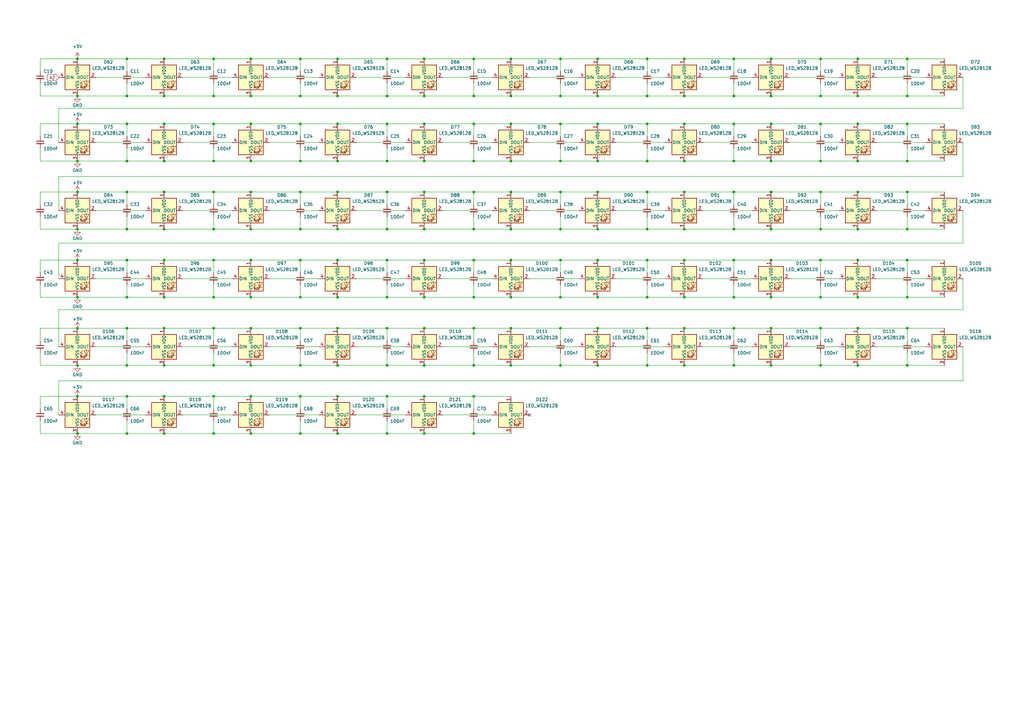
<source format=kicad_sch>
(kicad_sch (version 20231120) (generator "eeschema") (generator_version "8.0")
  (paper "A3")
  (title_block (title "RGB") (date "2025-05-11") (rev "0.1"))
  (junction (at 138.43 149.86))
  (junction (at 173.99 93.98))
  (junction (at 31.75 121.92))
  (junction (at 123.19 24.13))
  (junction (at 280.67 134.62))
  (junction (at 158.75 106.68))
  (junction (at 67.31 162.56))
  (junction (at 280.67 50.8))
  (junction (at 31.75 66.04))
  (junction (at 209.55 106.68))
  (junction (at 31.75 177.8))
  (junction (at 351.79 24.13))
  (junction (at 209.55 93.98))
  (junction (at 87.63 121.92))
  (junction (at 280.67 24.13))
  (junction (at 372.11 50.8))
  (junction (at 265.43 106.68))
  (junction (at 123.19 149.86))
  (junction (at 336.55 50.8))
  (junction (at 300.99 149.86))
  (junction (at 67.31 24.13))
  (junction (at 102.87 50.8))
  (junction (at 31.75 50.8))
  (junction (at 300.99 50.8))
  (junction (at 229.87 50.8))
  (junction (at 67.31 39.37))
  (junction (at 67.31 66.04))
  (junction (at 351.79 66.04))
  (junction (at 245.11 149.86))
  (junction (at 87.63 24.13))
  (junction (at 194.31 106.68))
  (junction (at 31.75 93.98))
  (junction (at 209.55 134.62))
  (junction (at 280.67 106.68))
  (junction (at 194.31 121.92))
  (junction (at 300.99 134.62))
  (junction (at 67.31 177.8))
  (junction (at 158.75 134.62))
  (junction (at 52.07 177.8))
  (junction (at 138.43 66.04))
  (junction (at 245.11 106.68))
  (junction (at 102.87 134.62))
  (junction (at 138.43 78.74))
  (junction (at 265.43 78.74))
  (junction (at 194.31 177.8))
  (junction (at 158.75 149.86))
  (junction (at 372.11 121.92))
  (junction (at 300.99 24.13))
  (junction (at 173.99 162.56))
  (junction (at 336.55 78.74))
  (junction (at 194.31 149.86))
  (junction (at 158.75 39.37))
  (junction (at 336.55 121.92))
  (junction (at 245.11 39.37))
  (junction (at 123.19 177.8))
  (junction (at 158.75 66.04))
  (junction (at 31.75 24.13))
  (junction (at 336.55 39.37))
  (junction (at 372.11 149.86))
  (junction (at 123.19 106.68))
  (junction (at 123.19 66.04))
  (junction (at 280.67 93.98))
  (junction (at 280.67 149.86))
  (junction (at 67.31 121.92))
  (junction (at 123.19 121.92))
  (junction (at 158.75 177.8))
  (junction (at 52.07 78.74))
  (junction (at 229.87 66.04))
  (junction (at 372.11 78.74))
  (junction (at 31.75 134.62))
  (junction (at 245.11 121.92))
  (junction (at 31.75 39.37))
  (junction (at 158.75 93.98))
  (junction (at 372.11 66.04))
  (junction (at 173.99 66.04))
  (junction (at 194.31 134.62))
  (junction (at 158.75 121.92))
  (junction (at 372.11 24.13))
  (junction (at 229.87 93.98))
  (junction (at 229.87 134.62))
  (junction (at 316.23 149.86))
  (junction (at 123.19 39.37))
  (junction (at 102.87 66.04))
  (junction (at 138.43 177.8))
  (junction (at 336.55 24.13))
  (junction (at 67.31 78.74))
  (junction (at 316.23 121.92))
  (junction (at 245.11 93.98))
  (junction (at 87.63 162.56))
  (junction (at 265.43 149.86))
  (junction (at 265.43 39.37))
  (junction (at 245.11 66.04))
  (junction (at 372.11 93.98))
  (junction (at 158.75 24.13))
  (junction (at 300.99 66.04))
  (junction (at 102.87 93.98))
  (junction (at 229.87 39.37))
  (junction (at 87.63 134.62))
  (junction (at 300.99 121.92))
  (junction (at 372.11 134.62))
  (junction (at 67.31 106.68))
  (junction (at 336.55 93.98))
  (junction (at 87.63 39.37))
  (junction (at 173.99 149.86))
  (junction (at 52.07 66.04))
  (junction (at 87.63 149.86))
  (junction (at 67.31 134.62))
  (junction (at 52.07 134.62))
  (junction (at 316.23 78.74))
  (junction (at 87.63 66.04))
  (junction (at 67.31 149.86))
  (junction (at 194.31 39.37))
  (junction (at 173.99 50.8))
  (junction (at 336.55 149.86))
  (junction (at 138.43 134.62))
  (junction (at 351.79 78.74))
  (junction (at 52.07 50.8))
  (junction (at 229.87 78.74))
  (junction (at 194.31 78.74))
  (junction (at 316.23 50.8))
  (junction (at 229.87 106.68))
  (junction (at 265.43 66.04))
  (junction (at 316.23 66.04))
  (junction (at 173.99 177.8))
  (junction (at 173.99 39.37))
  (junction (at 245.11 50.8))
  (junction (at 31.75 162.56))
  (junction (at 351.79 93.98))
  (junction (at 52.07 121.92))
  (junction (at 87.63 177.8))
  (junction (at 87.63 106.68))
  (junction (at 265.43 121.92))
  (junction (at 173.99 24.13))
  (junction (at 351.79 106.68))
  (junction (at 31.75 149.86))
  (junction (at 173.99 121.92))
  (junction (at 351.79 39.37))
  (junction (at 229.87 24.13))
  (junction (at 123.19 50.8))
  (junction (at 87.63 50.8))
  (junction (at 316.23 106.68))
  (junction (at 351.79 149.86))
  (junction (at 280.67 39.37))
  (junction (at 138.43 162.56))
  (junction (at 138.43 24.13))
  (junction (at 300.99 78.74))
  (junction (at 280.67 78.74))
  (junction (at 265.43 134.62))
  (junction (at 316.23 39.37))
  (junction (at 265.43 93.98))
  (junction (at 229.87 121.92))
  (junction (at 138.43 39.37))
  (junction (at 209.55 78.74))
  (junction (at 67.31 50.8))
  (junction (at 102.87 149.86))
  (junction (at 194.31 24.13))
  (junction (at 52.07 93.98))
  (junction (at 52.07 106.68))
  (junction (at 194.31 66.04))
  (junction (at 158.75 162.56))
  (junction (at 173.99 134.62))
  (junction (at 209.55 39.37))
  (junction (at 245.11 24.13))
  (junction (at 138.43 93.98))
  (junction (at 102.87 24.13))
  (junction (at 173.99 106.68))
  (junction (at 194.31 50.8))
  (junction (at 372.11 106.68))
  (junction (at 102.87 39.37))
  (junction (at 300.99 93.98))
  (junction (at 300.99 39.37))
  (junction (at 102.87 121.92))
  (junction (at 52.07 24.13))
  (junction (at 102.87 78.74))
  (junction (at 316.23 24.13))
  (junction (at 158.75 50.8))
  (junction (at 372.11 39.37))
  (junction (at 194.31 162.56))
  (junction (at 87.63 93.98))
  (junction (at 194.31 93.98))
  (junction (at 336.55 66.04))
  (junction (at 209.55 24.13))
  (junction (at 209.55 50.8))
  (junction (at 123.19 162.56))
  (junction (at 336.55 134.62))
  (junction (at 52.07 162.56))
  (junction (at 316.23 93.98))
  (junction (at 31.75 78.74))
  (junction (at 158.75 78.74))
  (junction (at 173.99 78.74))
  (junction (at 102.87 177.8))
  (junction (at 123.19 134.62))
  (junction (at 351.79 121.92))
  (junction (at 351.79 134.62))
  (junction (at 52.07 39.37))
  (junction (at 280.67 121.92))
  (junction (at 87.63 78.74))
  (junction (at 67.31 93.98))
  (junction (at 31.75 106.68))
  (junction (at 265.43 24.13))
  (junction (at 280.67 66.04))
  (junction (at 351.79 50.8))
  (junction (at 245.11 78.74))
  (junction (at 336.55 106.68))
  (junction (at 52.07 149.86))
  (junction (at 138.43 121.92))
  (junction (at 102.87 162.56))
  (junction (at 229.87 149.86))
  (junction (at 138.43 50.8))
  (junction (at 123.19 78.74))
  (junction (at 245.11 134.62))
  (junction (at 123.19 93.98))
  (junction (at 138.43 106.68))
  (junction (at 300.99 106.68))
  (junction (at 316.23 134.62))
  (junction (at 102.87 106.68))
  (junction (at 209.55 121.92))
  (junction (at 209.55 66.04))
  (junction (at 265.43 50.8))
  (junction (at 209.55 149.86))
  (no_connect (at 217.17 170.18))
  (wire (pts (xy 16.51 66.04) (xy 31.75 66.04)))
  (wire (pts (xy 158.75 106.68) (xy 173.99 106.68)))
  (wire (pts (xy 138.43 134.62) (xy 158.75 134.62)))
  (wire (pts (xy 158.75 149.86) (xy 173.99 149.86)))
  (wire (pts (xy 265.43 78.74) (xy 280.67 78.74)))
  (wire (pts (xy 280.67 149.86) (xy 300.99 149.86)))
  (wire (pts (xy 123.19 162.56) (xy 123.19 167.64)))
  (wire (pts (xy 158.75 93.98) (xy 173.99 93.98)))
  (wire (pts (xy 316.23 66.04) (xy 336.55 66.04)))
  (wire (pts (xy 229.87 149.86) (xy 245.11 149.86)))
  (wire (pts (xy 372.11 78.74) (xy 372.11 83.82)))
  (wire (pts (xy 245.11 106.68) (xy 265.43 106.68)))
  (wire (pts (xy 351.79 149.86) (xy 372.11 149.86)))
  (wire (pts (xy 16.51 162.56) (xy 16.51 167.64)))
  (wire (pts (xy 194.31 177.8) (xy 209.55 177.8)))
  (wire (pts (xy 336.55 78.74) (xy 336.55 83.82)))
  (wire (pts (xy 138.43 39.37) (xy 158.75 39.37)))
  (wire (pts (xy 217.17 142.24) (xy 237.49 142.24)))
  (wire (pts (xy 280.67 66.04) (xy 300.99 66.04)))
  (wire (pts (xy 280.67 106.68) (xy 300.99 106.68)))
  (wire (pts (xy 323.85 114.3) (xy 344.17 114.3)))
  (wire (pts (xy 245.11 50.8) (xy 265.43 50.8)))
  (wire (pts (xy 229.87 144.78) (xy 229.87 149.86)))
  (wire (pts (xy 265.43 134.62) (xy 265.43 139.7)))
  (wire (pts (xy 336.55 39.37) (xy 351.79 39.37)))
  (wire (pts (xy 52.07 24.13) (xy 52.07 29.21)))
  (wire (pts (xy 138.43 162.56) (xy 158.75 162.56)))
  (wire (pts (xy 52.07 162.56) (xy 52.07 167.64)))
  (wire (pts (xy 229.87 106.68) (xy 245.11 106.68)))
  (wire (pts (xy 265.43 50.8) (xy 280.67 50.8)))
  (wire (pts (xy 102.87 39.37) (xy 123.19 39.37)))
  (wire (pts (xy 123.19 50.8) (xy 138.43 50.8)))
  (wire (pts (xy 252.73 58.42) (xy 273.05 58.42)))
  (wire (pts (xy 158.75 144.78) (xy 158.75 149.86)))
  (wire (pts (xy 245.11 66.04) (xy 265.43 66.04)))
  (wire (pts (xy 158.75 177.8) (xy 173.99 177.8)))
  (wire (pts (xy 138.43 93.98) (xy 158.75 93.98)))
  (wire (pts (xy 31.75 78.74) (xy 52.07 78.74)))
  (wire (pts (xy 158.75 50.8) (xy 173.99 50.8)))
  (wire (pts (xy 372.11 149.86) (xy 387.35 149.86)))
  (wire (pts (xy 265.43 149.86) (xy 280.67 149.86)))
  (wire (pts (xy 138.43 106.68) (xy 158.75 106.68)))
  (wire (pts (xy 102.87 78.74) (xy 123.19 78.74)))
  (wire (pts (xy 316.23 134.62) (xy 336.55 134.62)))
  (wire (pts (xy 181.61 170.18) (xy 201.93 170.18)))
  (wire (pts (xy 87.63 88.9) (xy 87.63 93.98)))
  (wire (pts (xy 110.49 31.75) (xy 130.81 31.75)))
  (wire (pts (xy 146.05 86.36) (xy 166.37 86.36)))
  (wire (pts (xy 16.51 106.68) (xy 31.75 106.68)))
  (wire (pts (xy 67.31 121.92) (xy 87.63 121.92)))
  (wire (pts (xy 280.67 24.13) (xy 300.99 24.13)))
  (wire (pts (xy 110.49 58.42) (xy 130.81 58.42)))
  (wire (pts (xy 123.19 50.8) (xy 123.19 55.88)))
  (wire (pts (xy 123.19 116.84) (xy 123.19 121.92)))
  (wire (pts (xy 300.99 34.29) (xy 300.99 39.37)))
  (wire (pts (xy 158.75 34.29) (xy 158.75 39.37)))
  (wire (pts (xy 265.43 34.29) (xy 265.43 39.37)))
  (wire (pts (xy 173.99 162.56) (xy 194.31 162.56)))
  (wire (pts (xy 31.75 149.86) (xy 52.07 149.86)))
  (wire (pts (xy 336.55 134.62) (xy 336.55 139.7)))
  (wire (pts (xy 123.19 121.92) (xy 138.43 121.92)))
  (wire (pts (xy 87.63 78.74) (xy 102.87 78.74)))
  (wire (pts (xy 74.93 58.42) (xy 95.25 58.42)))
  (wire (pts (xy 194.31 34.29) (xy 194.31 39.37)))
  (wire (pts (xy 158.75 162.56) (xy 158.75 167.64)))
  (wire (pts (xy 245.11 24.13) (xy 265.43 24.13)))
  (wire (pts (xy 372.11 50.8) (xy 372.11 55.88)))
  (wire (pts (xy 24.13 99.695) (xy 24.13 114.3)))
  (wire (pts (xy 245.11 134.62) (xy 265.43 134.62)))
  (wire (pts (xy 323.85 58.42) (xy 344.17 58.42)))
  (wire (pts (xy 372.11 116.84) (xy 372.11 121.92)))
  (wire (pts (xy 16.51 172.72) (xy 16.51 177.8)))
  (wire (pts (xy 300.99 78.74) (xy 316.23 78.74)))
  (wire (pts (xy 158.75 134.62) (xy 173.99 134.62)))
  (wire (pts (xy 372.11 50.8) (xy 387.35 50.8)))
  (wire (pts (xy 394.97 156.21) (xy 394.97 142.24)))
  (wire (pts (xy 123.19 172.72) (xy 123.19 177.8)))
  (wire (pts (xy 67.31 162.56) (xy 87.63 162.56)))
  (wire (pts (xy 110.49 170.18) (xy 130.81 170.18)))
  (wire (pts (xy 123.19 106.68) (xy 138.43 106.68)))
  (wire (pts (xy 146.05 58.42) (xy 166.37 58.42)))
  (wire (pts (xy 229.87 60.96) (xy 229.87 66.04)))
  (wire (pts (xy 229.87 50.8) (xy 229.87 55.88)))
  (wire (pts (xy 52.07 149.86) (xy 67.31 149.86)))
  (wire (pts (xy 229.87 78.74) (xy 245.11 78.74)))
  (wire (pts (xy 123.19 66.04) (xy 138.43 66.04)))
  (wire (pts (xy 16.51 60.96) (xy 16.51 66.04)))
  (wire (pts (xy 52.07 134.62) (xy 52.07 139.7)))
  (wire (pts (xy 194.31 162.56) (xy 209.55 162.56)))
  (wire (pts (xy 173.99 106.68) (xy 194.31 106.68)))
  (wire (pts (xy 229.87 39.37) (xy 245.11 39.37)))
  (wire (pts (xy 138.43 50.8) (xy 158.75 50.8)))
  (wire (pts (xy 138.43 121.92) (xy 158.75 121.92)))
  (wire (pts (xy 288.29 114.3) (xy 308.61 114.3)))
  (wire (pts (xy 252.73 86.36) (xy 273.05 86.36)))
  (wire (pts (xy 336.55 106.68) (xy 336.55 111.76)))
  (wire (pts (xy 372.11 93.98) (xy 387.35 93.98)))
  (wire (pts (xy 87.63 177.8) (xy 102.87 177.8)))
  (wire (pts (xy 194.31 116.84) (xy 194.31 121.92)))
  (wire (pts (xy 217.17 31.75) (xy 237.49 31.75)))
  (wire (pts (xy 300.99 93.98) (xy 316.23 93.98)))
  (wire (pts (xy 181.61 58.42) (xy 201.93 58.42)))
  (wire (pts (xy 31.75 24.13) (xy 52.07 24.13)))
  (wire (pts (xy 316.23 121.92) (xy 336.55 121.92)))
  (wire (pts (xy 209.55 50.8) (xy 229.87 50.8)))
  (wire (pts (xy 194.31 134.62) (xy 209.55 134.62)))
  (wire (pts (xy 265.43 60.96) (xy 265.43 66.04)))
  (wire (pts (xy 300.99 50.8) (xy 300.99 55.88)))
  (wire (pts (xy 31.75 134.62) (xy 52.07 134.62)))
  (wire (pts (xy 351.79 134.62) (xy 372.11 134.62)))
  (wire (pts (xy 209.55 106.68) (xy 229.87 106.68)))
  (wire (pts (xy 31.75 39.37) (xy 52.07 39.37)))
  (wire (pts (xy 16.51 177.8) (xy 31.75 177.8)))
  (wire (pts (xy 102.87 134.62) (xy 123.19 134.62)))
  (wire (pts (xy 372.11 24.13) (xy 387.35 24.13)))
  (wire (pts (xy 194.31 144.78) (xy 194.31 149.86)))
  (wire (pts (xy 110.49 86.36) (xy 130.81 86.36)))
  (wire (pts (xy 194.31 50.8) (xy 209.55 50.8)))
  (wire (pts (xy 16.51 106.68) (xy 16.51 111.76)))
  (wire (pts (xy 123.19 144.78) (xy 123.19 149.86)))
  (wire (pts (xy 67.31 177.8) (xy 87.63 177.8)))
  (wire (pts (xy 300.99 134.62) (xy 316.23 134.62)))
  (wire (pts (xy 67.31 78.74) (xy 87.63 78.74)))
  (wire (pts (xy 372.11 134.62) (xy 387.35 134.62)))
  (wire (pts (xy 52.07 162.56) (xy 67.31 162.56)))
  (wire (pts (xy 194.31 106.68) (xy 194.31 111.76)))
  (wire (pts (xy 351.79 66.04) (xy 372.11 66.04)))
  (wire (pts (xy 158.75 78.74) (xy 158.75 83.82)))
  (wire (pts (xy 181.61 86.36) (xy 201.93 86.36)))
  (wire (pts (xy 24.13 86.36) (xy 24.13 72.39)))
  (wire (pts (xy 87.63 50.8) (xy 87.63 55.88)))
  (wire (pts (xy 123.19 134.62) (xy 138.43 134.62)))
  (wire (pts (xy 87.63 39.37) (xy 102.87 39.37)))
  (wire (pts (xy 336.55 116.84) (xy 336.55 121.92)))
  (wire (pts (xy 31.75 106.68) (xy 52.07 106.68)))
  (wire (pts (xy 336.55 24.13) (xy 336.55 29.21)))
  (wire (pts (xy 173.99 78.74) (xy 194.31 78.74)))
  (wire (pts (xy 300.99 106.68) (xy 316.23 106.68)))
  (wire (pts (xy 336.55 149.86) (xy 351.79 149.86)))
  (wire (pts (xy 102.87 162.56) (xy 123.19 162.56)))
  (wire (pts (xy 16.51 78.74) (xy 31.75 78.74)))
  (wire (pts (xy 323.85 31.75) (xy 344.17 31.75)))
  (wire (pts (xy 316.23 39.37) (xy 336.55 39.37)))
  (wire (pts (xy 146.05 114.3) (xy 166.37 114.3)))
  (wire (pts (xy 110.49 114.3) (xy 130.81 114.3)))
  (wire (pts (xy 336.55 60.96) (xy 336.55 66.04)))
  (wire (pts (xy 245.11 93.98) (xy 265.43 93.98)))
  (wire (pts (xy 87.63 134.62) (xy 87.63 139.7)))
  (wire (pts (xy 173.99 50.8) (xy 194.31 50.8)))
  (wire (pts (xy 67.31 24.13) (xy 87.63 24.13)))
  (wire (pts (xy 87.63 144.78) (xy 87.63 149.86)))
  (wire (pts (xy 158.75 24.13) (xy 173.99 24.13)))
  (wire (pts (xy 16.51 24.13) (xy 31.75 24.13)))
  (wire (pts (xy 194.31 162.56) (xy 194.31 167.64)))
  (wire (pts (xy 336.55 50.8) (xy 351.79 50.8)))
  (wire (pts (xy 123.19 177.8) (xy 138.43 177.8)))
  (wire (pts (xy 300.99 106.68) (xy 300.99 111.76)))
  (wire (pts (xy 158.75 172.72) (xy 158.75 177.8)))
  (wire (pts (xy 316.23 149.86) (xy 336.55 149.86)))
  (wire (pts (xy 31.75 50.8) (xy 52.07 50.8)))
  (wire (pts (xy 217.17 86.36) (xy 237.49 86.36)))
  (wire (pts (xy 336.55 88.9) (xy 336.55 93.98)))
  (wire (pts (xy 265.43 24.13) (xy 265.43 29.21)))
  (wire (pts (xy 245.11 39.37) (xy 265.43 39.37)))
  (wire (pts (xy 52.07 39.37) (xy 67.31 39.37)))
  (wire (pts (xy 194.31 24.13) (xy 209.55 24.13)))
  (wire (pts (xy 194.31 172.72) (xy 194.31 177.8)))
  (wire (pts (xy 123.19 39.37) (xy 138.43 39.37)))
  (wire (pts (xy 16.51 78.74) (xy 16.51 83.82)))
  (wire (pts (xy 394.97 127) (xy 24.13 127)))
  (wire (pts (xy 229.87 93.98) (xy 245.11 93.98)))
  (wire (pts (xy 123.19 149.86) (xy 138.43 149.86)))
  (wire (pts (xy 229.87 34.29) (xy 229.87 39.37)))
  (wire (pts (xy 123.19 78.74) (xy 123.19 83.82)))
  (wire (pts (xy 372.11 106.68) (xy 372.11 111.76)))
  (wire (pts (xy 110.49 142.24) (xy 130.81 142.24)))
  (wire (pts (xy 67.31 50.8) (xy 87.63 50.8)))
  (wire (pts (xy 181.61 31.75) (xy 201.93 31.75)))
  (wire (pts (xy 336.55 121.92) (xy 351.79 121.92)))
  (wire (pts (xy 52.07 116.84) (xy 52.07 121.92)))
  (wire (pts (xy 194.31 106.68) (xy 209.55 106.68)))
  (wire (pts (xy 252.73 31.75) (xy 273.05 31.75)))
  (wire (pts (xy 173.99 134.62) (xy 194.31 134.62)))
  (wire (pts (xy 194.31 60.96) (xy 194.31 66.04)))
  (wire (pts (xy 300.99 144.78) (xy 300.99 149.86)))
  (wire (pts (xy 67.31 149.86) (xy 87.63 149.86)))
  (wire (pts (xy 173.99 121.92) (xy 194.31 121.92)))
  (wire (pts (xy 229.87 78.74) (xy 229.87 83.82)))
  (wire (pts (xy 16.51 116.84) (xy 16.51 121.92)))
  (wire (pts (xy 52.07 106.68) (xy 67.31 106.68)))
  (wire (pts (xy 300.99 60.96) (xy 300.99 66.04)))
  (wire (pts (xy 31.75 66.04) (xy 52.07 66.04)))
  (wire (pts (xy 209.55 78.74) (xy 229.87 78.74)))
  (wire (pts (xy 265.43 50.8) (xy 265.43 55.88)))
  (wire (pts (xy 31.75 162.56) (xy 52.07 162.56)))
  (wire (pts (xy 181.61 142.24) (xy 201.93 142.24)))
  (wire (pts (xy 52.07 134.62) (xy 67.31 134.62)))
  (wire (pts (xy 52.07 177.8) (xy 67.31 177.8)))
  (wire (pts (xy 87.63 78.74) (xy 87.63 83.82)))
  (wire (pts (xy 359.41 31.75) (xy 379.73 31.75)))
  (wire (pts (xy 87.63 121.92) (xy 102.87 121.92)))
  (wire (pts (xy 336.55 34.29) (xy 336.55 39.37)))
  (wire (pts (xy 52.07 34.29) (xy 52.07 39.37)))
  (wire (pts (xy 173.99 177.8) (xy 194.31 177.8)))
  (wire (pts (xy 300.99 24.13) (xy 316.23 24.13)))
  (wire (pts (xy 138.43 24.13) (xy 158.75 24.13)))
  (wire (pts (xy 372.11 134.62) (xy 372.11 139.7)))
  (wire (pts (xy 39.37 114.3) (xy 59.69 114.3)))
  (wire (pts (xy 336.55 78.74) (xy 351.79 78.74)))
  (wire (pts (xy 158.75 106.68) (xy 158.75 111.76)))
  (wire (pts (xy 288.29 58.42) (xy 308.61 58.42)))
  (wire (pts (xy 300.99 50.8) (xy 316.23 50.8)))
  (wire (pts (xy 372.11 24.13) (xy 372.11 29.21)))
  (wire (pts (xy 209.55 121.92) (xy 229.87 121.92)))
  (wire (pts (xy 265.43 144.78) (xy 265.43 149.86)))
  (wire (pts (xy 67.31 66.04) (xy 87.63 66.04)))
  (wire (pts (xy 359.41 86.36) (xy 379.73 86.36)))
  (wire (pts (xy 52.07 172.72) (xy 52.07 177.8)))
  (wire (pts (xy 394.97 31.75) (xy 394.97 44.45)))
  (wire (pts (xy 146.05 170.18) (xy 166.37 170.18)))
  (wire (pts (xy 194.31 93.98) (xy 209.55 93.98)))
  (wire (pts (xy 209.55 93.98) (xy 229.87 93.98)))
  (wire (pts (xy 280.67 134.62) (xy 300.99 134.62)))
  (wire (pts (xy 229.87 66.04) (xy 245.11 66.04)))
  (wire (pts (xy 359.41 142.24) (xy 379.73 142.24)))
  (wire (pts (xy 74.93 142.24) (xy 95.25 142.24)))
  (wire (pts (xy 87.63 106.68) (xy 102.87 106.68)))
  (wire (pts (xy 288.29 142.24) (xy 308.61 142.24)))
  (wire (pts (xy 229.87 116.84) (xy 229.87 121.92)))
  (wire (pts (xy 229.87 106.68) (xy 229.87 111.76)))
  (wire (pts (xy 158.75 78.74) (xy 173.99 78.74)))
  (wire (pts (xy 394.97 44.45) (xy 24.13 44.45)))
  (wire (pts (xy 181.61 114.3) (xy 201.93 114.3)))
  (wire (pts (xy 336.55 134.62) (xy 351.79 134.62)))
  (wire (pts (xy 16.51 50.8) (xy 31.75 50.8)))
  (wire (pts (xy 39.37 86.36) (xy 59.69 86.36)))
  (wire (pts (xy 394.97 99.695) (xy 24.13 99.695)))
  (wire (pts (xy 209.55 24.13) (xy 229.87 24.13)))
  (wire (pts (xy 229.87 24.13) (xy 245.11 24.13)))
  (wire (pts (xy 351.79 78.74) (xy 372.11 78.74)))
  (wire (pts (xy 394.97 86.36) (xy 394.97 99.695)))
  (wire (pts (xy 52.07 66.04) (xy 67.31 66.04)))
  (wire (pts (xy 300.99 39.37) (xy 316.23 39.37)))
  (wire (pts (xy 229.87 134.62) (xy 229.87 139.7)))
  (wire (pts (xy 52.07 106.68) (xy 52.07 111.76)))
  (wire (pts (xy 87.63 116.84) (xy 87.63 121.92)))
  (wire (pts (xy 74.93 31.75) (xy 95.25 31.75)))
  (wire (pts (xy 194.31 121.92) (xy 209.55 121.92)))
  (wire (pts (xy 123.19 34.29) (xy 123.19 39.37)))
  (wire (pts (xy 16.51 39.37) (xy 31.75 39.37)))
  (wire (pts (xy 52.07 78.74) (xy 67.31 78.74)))
  (wire (pts (xy 67.31 93.98) (xy 87.63 93.98)))
  (wire (pts (xy 300.99 121.92) (xy 316.23 121.92)))
  (wire (pts (xy 316.23 78.74) (xy 336.55 78.74)))
  (wire (pts (xy 351.79 39.37) (xy 372.11 39.37)))
  (wire (pts (xy 138.43 66.04) (xy 158.75 66.04)))
  (wire (pts (xy 194.31 50.8) (xy 194.31 55.88)))
  (wire (pts (xy 158.75 60.96) (xy 158.75 66.04)))
  (wire (pts (xy 87.63 24.13) (xy 102.87 24.13)))
  (wire (pts (xy 158.75 24.13) (xy 158.75 29.21)))
  (wire (pts (xy 300.99 116.84) (xy 300.99 121.92)))
  (wire (pts (xy 123.19 78.74) (xy 138.43 78.74)))
  (wire (pts (xy 24.13 156.21) (xy 394.97 156.21)))
  (wire (pts (xy 52.07 50.8) (xy 52.07 55.88)))
  (wire (pts (xy 394.97 72.39) (xy 394.97 58.42)))
  (wire (pts (xy 194.31 88.9) (xy 194.31 93.98)))
  (wire (pts (xy 336.55 66.04) (xy 351.79 66.04)))
  (wire (pts (xy 173.99 24.13) (xy 194.31 24.13)))
  (wire (pts (xy 336.55 144.78) (xy 336.55 149.86)))
  (wire (pts (xy 316.23 50.8) (xy 336.55 50.8)))
  (wire (pts (xy 265.43 24.13) (xy 280.67 24.13)))
  (wire (pts (xy 323.85 86.36) (xy 344.17 86.36)))
  (wire (pts (xy 394.97 114.3) (xy 394.97 127)))
  (wire (pts (xy 359.41 114.3) (xy 379.73 114.3)))
  (wire (pts (xy 209.55 39.37) (xy 229.87 39.37)))
  (wire (pts (xy 372.11 60.96) (xy 372.11 66.04)))
  (wire (pts (xy 194.31 39.37) (xy 209.55 39.37)))
  (wire (pts (xy 252.73 142.24) (xy 273.05 142.24)))
  (wire (pts (xy 229.87 121.92) (xy 245.11 121.92)))
  (wire (pts (xy 123.19 88.9) (xy 123.19 93.98)))
  (wire (pts (xy 372.11 39.37) (xy 387.35 39.37)))
  (wire (pts (xy 372.11 144.78) (xy 372.11 149.86)))
  (wire (pts (xy 300.99 88.9) (xy 300.99 93.98)))
  (wire (pts (xy 158.75 66.04) (xy 173.99 66.04)))
  (wire (pts (xy 351.79 121.92) (xy 372.11 121.92)))
  (wire (pts (xy 336.55 24.13) (xy 351.79 24.13)))
  (wire (pts (xy 87.63 134.62) (xy 102.87 134.62)))
  (wire (pts (xy 87.63 60.96) (xy 87.63 66.04)))
  (wire (pts (xy 39.37 170.18) (xy 59.69 170.18)))
  (wire (pts (xy 280.67 93.98) (xy 300.99 93.98)))
  (wire (pts (xy 74.93 86.36) (xy 95.25 86.36)))
  (wire (pts (xy 372.11 34.29) (xy 372.11 39.37)))
  (wire (pts (xy 351.79 106.68) (xy 372.11 106.68)))
  (wire (pts (xy 87.63 34.29) (xy 87.63 39.37)))
  (wire (pts (xy 209.55 149.86) (xy 229.87 149.86)))
  (wire (pts (xy 67.31 134.62) (xy 87.63 134.62)))
  (wire (pts (xy 138.43 149.86) (xy 158.75 149.86)))
  (wire (pts (xy 280.67 39.37) (xy 300.99 39.37)))
  (wire (pts (xy 372.11 121.92) (xy 387.35 121.92)))
  (wire (pts (xy 265.43 116.84) (xy 265.43 121.92)))
  (wire (pts (xy 158.75 50.8) (xy 158.75 55.88)))
  (wire (pts (xy 372.11 88.9) (xy 372.11 93.98)))
  (wire (pts (xy 123.19 106.68) (xy 123.19 111.76)))
  (wire (pts (xy 39.37 31.75) (xy 59.69 31.75)))
  (wire (pts (xy 102.87 50.8) (xy 123.19 50.8)))
  (wire (pts (xy 288.29 86.36) (xy 308.61 86.36)))
  (wire (pts (xy 288.29 31.75) (xy 308.61 31.75)))
  (wire (pts (xy 87.63 149.86) (xy 102.87 149.86)))
  (wire (pts (xy 173.99 93.98) (xy 194.31 93.98)))
  (wire (pts (xy 39.37 58.42) (xy 59.69 58.42)))
  (wire (pts (xy 316.23 93.98) (xy 336.55 93.98)))
  (wire (pts (xy 16.51 121.92) (xy 31.75 121.92)))
  (wire (pts (xy 24.13 72.39) (xy 394.97 72.39)))
  (wire (pts (xy 102.87 24.13) (xy 123.19 24.13)))
  (wire (pts (xy 194.31 66.04) (xy 209.55 66.04)))
  (wire (pts (xy 16.51 50.8) (xy 16.51 55.88)))
  (wire (pts (xy 265.43 106.68) (xy 280.67 106.68)))
  (wire (pts (xy 74.93 170.18) (xy 95.25 170.18)))
  (wire (pts (xy 245.11 149.86) (xy 265.43 149.86)))
  (wire (pts (xy 194.31 78.74) (xy 194.31 83.82)))
  (wire (pts (xy 265.43 134.62) (xy 280.67 134.62)))
  (wire (pts (xy 265.43 106.68) (xy 265.43 111.76)))
  (wire (pts (xy 336.55 50.8) (xy 336.55 55.88)))
  (wire (pts (xy 265.43 88.9) (xy 265.43 93.98)))
  (wire (pts (xy 265.43 78.74) (xy 265.43 83.82)))
  (wire (pts (xy 74.93 114.3) (xy 95.25 114.3)))
  (wire (pts (xy 67.31 106.68) (xy 87.63 106.68)))
  (wire (pts (xy 300.99 134.62) (xy 300.99 139.7)))
  (wire (pts (xy 173.99 66.04) (xy 194.31 66.04)))
  (wire (pts (xy 372.11 106.68) (xy 387.35 106.68)))
  (wire (pts (xy 194.31 78.74) (xy 209.55 78.74)))
  (wire (pts (xy 138.43 177.8) (xy 158.75 177.8)))
  (wire (pts (xy 265.43 121.92) (xy 280.67 121.92)))
  (wire (pts (xy 24.13 170.18) (xy 24.13 156.21)))
  (wire (pts (xy 52.07 60.96) (xy 52.07 66.04)))
  (wire (pts (xy 123.19 134.62) (xy 123.19 139.7)))
  (wire (pts (xy 52.07 144.78) (xy 52.07 149.86)))
  (wire (pts (xy 52.07 121.92) (xy 67.31 121.92)))
  (wire (pts (xy 194.31 149.86) (xy 209.55 149.86)))
  (wire (pts (xy 316.23 106.68) (xy 336.55 106.68)))
  (wire (pts (xy 217.17 114.3) (xy 237.49 114.3)))
  (wire (pts (xy 300.99 149.86) (xy 316.23 149.86)))
  (wire (pts (xy 245.11 121.92) (xy 265.43 121.92)))
  (wire (pts (xy 158.75 39.37) (xy 173.99 39.37)))
  (wire (pts (xy 87.63 66.04) (xy 102.87 66.04)))
  (wire (pts (xy 67.31 39.37) (xy 87.63 39.37)))
  (wire (pts (xy 52.07 78.74) (xy 52.07 83.82)))
  (wire (pts (xy 209.55 134.62) (xy 229.87 134.62)))
  (wire (pts (xy 102.87 93.98) (xy 123.19 93.98)))
  (wire (pts (xy 102.87 121.92) (xy 123.19 121.92)))
  (wire (pts (xy 252.73 114.3) (xy 273.05 114.3)))
  (wire (pts (xy 229.87 24.13) (xy 229.87 29.21)))
  (wire (pts (xy 102.87 66.04) (xy 123.19 66.04)))
  (wire (pts (xy 173.99 39.37) (xy 194.31 39.37)))
  (wire (pts (xy 16.51 134.62) (xy 31.75 134.62)))
  (wire (pts (xy 138.43 78.74) (xy 158.75 78.74)))
  (wire (pts (xy 16.51 24.13) (xy 16.51 29.21)))
  (wire (pts (xy 52.07 24.13) (xy 67.31 24.13)))
  (wire (pts (xy 87.63 172.72) (xy 87.63 177.8)))
  (wire (pts (xy 158.75 162.56) (xy 173.99 162.56)))
  (wire (pts (xy 123.19 24.13) (xy 123.19 29.21)))
  (wire (pts (xy 280.67 50.8) (xy 300.99 50.8)))
  (wire (pts (xy 87.63 50.8) (xy 102.87 50.8)))
  (wire (pts (xy 87.63 162.56) (xy 102.87 162.56)))
  (wire (pts (xy 229.87 88.9) (xy 229.87 93.98)))
  (wire (pts (xy 316.23 24.13) (xy 336.55 24.13)))
  (wire (pts (xy 229.87 50.8) (xy 245.11 50.8)))
  (wire (pts (xy 123.19 24.13) (xy 138.43 24.13)))
  (wire (pts (xy 16.51 93.98) (xy 31.75 93.98)))
  (wire (pts (xy 265.43 93.98) (xy 280.67 93.98)))
  (wire (pts (xy 194.31 134.62) (xy 194.31 139.7)))
  (wire (pts (xy 146.05 142.24) (xy 166.37 142.24)))
  (wire (pts (xy 102.87 177.8) (xy 123.19 177.8)))
  (wire (pts (xy 102.87 106.68) (xy 123.19 106.68)))
  (wire (pts (xy 323.85 142.24) (xy 344.17 142.24)))
  (wire (pts (xy 194.31 24.13) (xy 194.31 29.21)))
  (wire (pts (xy 351.79 93.98) (xy 372.11 93.98)))
  (wire (pts (xy 31.75 93.98) (xy 52.07 93.98)))
  (wire (pts (xy 300.99 78.74) (xy 300.99 83.82)))
  (wire (pts (xy 16.51 34.29) (xy 16.51 39.37)))
  (wire (pts (xy 16.51 144.78) (xy 16.51 149.86)))
  (wire (pts (xy 336.55 106.68) (xy 351.79 106.68)))
  (wire (pts (xy 245.11 78.74) (xy 265.43 78.74)))
  (wire (pts (xy 16.51 134.62) (xy 16.51 139.7)))
  (wire (pts (xy 52.07 88.9) (xy 52.07 93.98)))
  (wire (pts (xy 359.41 58.42) (xy 379.73 58.42)))
  (wire (pts (xy 173.99 149.86) (xy 194.31 149.86)))
  (wire (pts (xy 280.67 121.92) (xy 300.99 121.92)))
  (wire (pts (xy 87.63 106.68) (xy 87.63 111.76)))
  (wire (pts (xy 372.11 66.04) (xy 387.35 66.04)))
  (wire (pts (xy 300.99 66.04) (xy 316.23 66.04)))
  (wire (pts (xy 123.19 162.56) (xy 138.43 162.56)))
  (wire (pts (xy 87.63 162.56) (xy 87.63 167.64)))
  (wire (pts (xy 16.51 162.56) (xy 31.75 162.56)))
  (wire (pts (xy 229.87 134.62) (xy 245.11 134.62)))
  (wire (pts (xy 351.79 24.13) (xy 372.11 24.13)))
  (wire (pts (xy 31.75 177.8) (xy 52.07 177.8)))
  (wire (pts (xy 102.87 149.86) (xy 123.19 149.86)))
  (wire (pts (xy 280.67 78.74) (xy 300.99 78.74)))
  (wire (pts (xy 265.43 39.37) (xy 280.67 39.37)))
  (wire (pts (xy 87.63 93.98) (xy 102.87 93.98)))
  (wire (pts (xy 16.51 88.9) (xy 16.51 93.98)))
  (wire (pts (xy 52.07 50.8) (xy 67.31 50.8)))
  (wire (pts (xy 39.37 142.24) (xy 59.69 142.24)))
  (wire (pts (xy 52.07 93.98) (xy 67.31 93.98)))
  (wire (pts (xy 336.55 93.98) (xy 351.79 93.98)))
  (wire (pts (xy 209.55 66.04) (xy 229.87 66.04)))
  (wire (pts (xy 158.75 116.84) (xy 158.75 121.92)))
  (wire (pts (xy 123.19 93.98) (xy 138.43 93.98)))
  (wire (pts (xy 24.13 44.45) (xy 24.13 58.42)))
  (wire (pts (xy 217.17 58.42) (xy 237.49 58.42)))
  (wire (pts (xy 158.75 134.62) (xy 158.75 139.7)))
  (wire (pts (xy 158.75 88.9) (xy 158.75 93.98)))
  (wire (pts (xy 146.05 31.75) (xy 166.37 31.75)))
  (wire (pts (xy 123.19 60.96) (xy 123.19 66.04)))
  (wire (pts (xy 300.99 24.13) (xy 300.99 29.21)))
  (wire (pts (xy 31.75 121.92) (xy 52.07 121.92)))
  (wire (pts (xy 16.51 149.86) (xy 31.75 149.86)))
  (wire (pts (xy 87.63 24.13) (xy 87.63 29.21)))
  (wire (pts (xy 351.79 50.8) (xy 372.11 50.8)))
  (wire (pts (xy 372.11 78.74) (xy 387.35 78.74)))
  (wire (pts (xy 265.43 66.04) (xy 280.67 66.04)))
  (wire (pts (xy 24.13 127) (xy 24.13 142.24)))
  (wire (pts (xy 158.75 121.92) (xy 173.99 121.92)))
  (global_label "A2" (shape input) (at 24.13 31.75 180) (property "Intersheetrefs" "${INTERSHEET_REFS}" (effects (hide yes))))
  (symbol (lib_id "ScottoKeebs:LED_WS2812B") (at 316.23 31.75 0) (unit 1)
    (property "Reference" "D70" (at 328.93 25.4314 0))
    (property "Value" "LED_WS2812B" (at 328.93 27.9714 0))
    (property "Footprint" "ScottoKeebs_Components:LED_WS2812B" (effects (hide yes)))
    (property "Datasheet" "https://cdn-shop.adafruit.com/datasheets/WS2812B.pdf" (effects (hide yes)))
    (property "Description" "RGB LED with integrated controller" (effects (hide yes)))
  )
  (symbol (lib_id "Device:C_Small") (at 158.75 170.18 0) (unit 1)
    (property "Reference" "C69" (at 160.02 167.64 0) (effects (justify left)))
    (property "Value" "100nF" (at 160.02 172.72 0) (effects (justify left)))
    (property "Description" "Unpolarized capacitor, small symbol" (effects (hide yes)))
  )
  (symbol (lib_id "Device:C_Small") (at 194.31 142.24 0) (unit 1)
    (property "Reference" "C59" (at 195.58 139.7 0) (effects (justify left)))
    (property "Value" "100nF" (at 195.58 144.78 0) (effects (justify left)))
    (property "Description" "Unpolarized capacitor, small symbol" (effects (hide yes)))
  )
  (symbol (lib_id "ScottoKeebs:LED_WS2812B") (at 138.43 58.42 0) (unit 1)
    (property "Reference" "D76" (at 151.13 52.1014 0))
    (property "Value" "LED_WS2812B" (at 151.13 54.6414 0))
    (property "Footprint" "ScottoKeebs_Components:LED_WS2812B" (effects (hide yes)))
    (property "Datasheet" "https://cdn-shop.adafruit.com/datasheets/WS2812B.pdf" (effects (hide yes)))
    (property "Description" "RGB LED with integrated controller" (effects (hide yes)))
  )
  (symbol (lib_id "ScottoKeebs:LED_WS2812B") (at 351.79 31.75 0) (unit 1)
    (property "Reference" "D71" (at 364.49 25.4314 0))
    (property "Value" "LED_WS2812B" (at 364.49 27.9714 0))
    (property "Footprint" "ScottoKeebs_Components:LED_WS2812B" (effects (hide yes)))
    (property "Datasheet" "https://cdn-shop.adafruit.com/datasheets/WS2812B.pdf" (effects (hide yes)))
    (property "Description" "RGB LED with integrated controller" (effects (hide yes)))
  )
  (symbol (lib_id "Device:C_Small") (at 87.63 170.18 0) (unit 1)
    (property "Reference" "C67" (at 88.9 167.64 0) (effects (justify left)))
    (property "Value" "100nF" (at 88.9 172.72 0) (effects (justify left)))
    (property "Description" "Unpolarized capacitor, small symbol" (effects (hide yes)))
  )
  (symbol (lib_id "ScottoKeebs:LED_WS2812B") (at 209.55 31.75 0) (unit 1)
    (property "Reference" "D67" (at 222.25 25.4314 0))
    (property "Value" "LED_WS2812B" (at 222.25 27.9714 0))
    (property "Footprint" "ScottoKeebs_Components:LED_WS2812B" (effects (hide yes)))
    (property "Datasheet" "https://cdn-shop.adafruit.com/datasheets/WS2812B.pdf" (effects (hide yes)))
    (property "Description" "RGB LED with integrated controller" (effects (hide yes)))
  )
  (symbol (lib_id "power:+5V") (at 31.75 78.74 0) (unit 1)
    (property "Reference" "#PWR021" (effects (hide yes)))
    (property "Value" "+5V" (at 31.75 74.93 0))
    (property "Description" "Power symbol creates a global label with name \"+5V\"" (effects (hide yes)))
  )
  (symbol (lib_id "Device:C_Small") (at 229.87 142.24 0) (unit 1)
    (property "Reference" "C60" (at 231.14 139.7 0) (effects (justify left)))
    (property "Value" "100nF" (at 231.14 144.78 0) (effects (justify left)))
    (property "Description" "Unpolarized capacitor, small symbol" (effects (hide yes)))
  )
  (symbol (lib_id "ScottoKeebs:LED_WS2812B") (at 67.31 86.36 0) (unit 1)
    (property "Reference" "D85" (at 80.01 80.0414 0))
    (property "Value" "LED_WS2812B" (at 80.01 82.5814 0))
    (property "Footprint" "ScottoKeebs_Components:LED_WS2812B" (effects (hide yes)))
    (property "Datasheet" "https://cdn-shop.adafruit.com/datasheets/WS2812B.pdf" (effects (hide yes)))
    (property "Description" "RGB LED with integrated controller" (effects (hide yes)))
  )
  (symbol (lib_id "power:+5V") (at 31.75 50.8 0) (unit 1)
    (property "Reference" "#PWR019" (effects (hide yes)))
    (property "Value" "+5V" (at 31.75 46.99 0))
    (property "Description" "Power symbol creates a global label with name \"+5V\"" (effects (hide yes)))
  )
  (symbol (lib_id "power:GND") (at 31.75 39.37 0) (unit 1)
    (property "Reference" "#PWR018" (effects (hide yes)))
    (property "Value" "GND" (at 31.75 43.18 0))
    (property "Description" "Power symbol creates a global label with name \"GND\" , ground" (effects (hide yes)))
  )
  (symbol (lib_id "ScottoKeebs:LED_WS2812B") (at 31.75 114.3 0) (unit 1)
    (property "Reference" "D95" (at 44.45 107.9814 0))
    (property "Value" "LED_WS2812B" (at 44.45 110.5214 0))
    (property "Footprint" "ScottoKeebs_Components:LED_WS2812B" (effects (hide yes)))
    (property "Datasheet" "https://cdn-shop.adafruit.com/datasheets/WS2812B.pdf" (effects (hide yes)))
    (property "Description" "RGB LED with integrated controller" (effects (hide yes)))
  )
  (symbol (lib_id "ScottoKeebs:LED_WS2812B") (at 316.23 58.42 0) (unit 1)
    (property "Reference" "D81" (at 328.93 52.1014 0))
    (property "Value" "LED_WS2812B" (at 328.93 54.6414 0))
    (property "Footprint" "ScottoKeebs_Components:LED_WS2812B" (effects (hide yes)))
    (property "Datasheet" "https://cdn-shop.adafruit.com/datasheets/WS2812B.pdf" (effects (hide yes)))
    (property "Description" "RGB LED with integrated controller" (effects (hide yes)))
  )
  (symbol (lib_id "Device:C_Small") (at 265.43 86.36 0) (unit 1)
    (property "Reference" "C39" (at 266.7 83.82 0) (effects (justify left)))
    (property "Value" "100nF" (at 266.7 88.9 0) (effects (justify left)))
    (property "Description" "Unpolarized capacitor, small symbol" (effects (hide yes)))
  )
  (symbol (lib_id "Device:C_Small") (at 194.31 86.36 0) (unit 1)
    (property "Reference" "C37" (at 195.58 83.82 0) (effects (justify left)))
    (property "Value" "100nF" (at 195.58 88.9 0) (effects (justify left)))
    (property "Description" "Unpolarized capacitor, small symbol" (effects (hide yes)))
  )
  (symbol (lib_id "ScottoKeebs:LED_WS2812B") (at 173.99 114.3 0) (unit 1)
    (property "Reference" "D99" (at 186.69 107.9814 0))
    (property "Value" "LED_WS2812B" (at 186.69 110.5214 0))
    (property "Footprint" "ScottoKeebs_Components:LED_WS2812B" (effects (hide yes)))
    (property "Datasheet" "https://cdn-shop.adafruit.com/datasheets/WS2812B.pdf" (effects (hide yes)))
    (property "Description" "RGB LED with integrated controller" (effects (hide yes)))
  )
  (symbol (lib_id "Device:C_Small") (at 16.51 31.75 0) (unit 1)
    (property "Reference" "C10" (at 17.78 29.21 0) (effects (justify left)))
    (property "Value" "100nF" (at 17.78 34.29 0) (effects (justify left)))
    (property "Description" "Unpolarized capacitor, small symbol" (effects (hide yes)))
  )
  (symbol (lib_id "Device:C_Small") (at 372.11 31.75 0) (unit 1)
    (property "Reference" "C20" (at 373.38 29.21 0) (effects (justify left)))
    (property "Value" "100nF" (at 373.38 34.29 0) (effects (justify left)))
    (property "Description" "Unpolarized capacitor, small symbol" (effects (hide yes)))
  )
  (symbol (lib_id "power:GND") (at 31.75 121.92 0) (unit 1)
    (property "Reference" "#PWR024" (effects (hide yes)))
    (property "Value" "GND" (at 31.75 125.73 0))
    (property "Description" "Power symbol creates a global label with name \"GND\" , ground" (effects (hide yes)))
  )
  (symbol (lib_id "Device:C_Small") (at 123.19 86.36 0) (unit 1)
    (property "Reference" "C35" (at 124.46 83.82 0) (effects (justify left)))
    (property "Value" "100nF" (at 124.46 88.9 0) (effects (justify left)))
    (property "Description" "Unpolarized capacitor, small symbol" (effects (hide yes)))
  )
  (symbol (lib_id "ScottoKeebs:LED_WS2812B") (at 280.67 114.3 0) (unit 1)
    (property "Reference" "D102" (at 293.37 107.9814 0))
    (property "Value" "LED_WS2812B" (at 293.37 110.5214 0))
    (property "Footprint" "ScottoKeebs_Components:LED_WS2812B" (effects (hide yes)))
    (property "Datasheet" "https://cdn-shop.adafruit.com/datasheets/WS2812B.pdf" (effects (hide yes)))
    (property "Description" "RGB LED with integrated controller" (effects (hide yes)))
  )
  (symbol (lib_id "Device:C_Small") (at 300.99 142.24 0) (unit 1)
    (property "Reference" "C62" (at 302.26 139.7 0) (effects (justify left)))
    (property "Value" "100nF" (at 302.26 144.78 0) (effects (justify left)))
    (property "Description" "Unpolarized capacitor, small symbol" (effects (hide yes)))
  )
  (symbol (lib_id "ScottoKeebs:LED_WS2812B") (at 316.23 114.3 0) (unit 1)
    (property "Reference" "D103" (at 328.93 107.9814 0))
    (property "Value" "LED_WS2812B" (at 328.93 110.5214 0))
    (property "Footprint" "ScottoKeebs_Components:LED_WS2812B" (effects (hide yes)))
    (property "Datasheet" "https://cdn-shop.adafruit.com/datasheets/WS2812B.pdf" (effects (hide yes)))
    (property "Description" "RGB LED with integrated controller" (effects (hide yes)))
  )
  (symbol (lib_id "ScottoKeebs:LED_WS2812B") (at 31.75 86.36 0) (unit 1)
    (property "Reference" "D84" (at 44.45 80.0414 0))
    (property "Value" "LED_WS2812B" (at 44.45 82.5814 0))
    (property "Footprint" "ScottoKeebs_Components:LED_WS2812B" (effects (hide yes)))
    (property "Datasheet" "https://cdn-shop.adafruit.com/datasheets/WS2812B.pdf" (effects (hide yes)))
    (property "Description" "RGB LED with integrated controller" (effects (hide yes)))
  )
  (symbol (lib_id "Device:C_Small") (at 123.19 114.3 0) (unit 1)
    (property "Reference" "C46" (at 124.46 111.76 0) (effects (justify left)))
    (property "Value" "100nF" (at 124.46 116.84 0) (effects (justify left)))
    (property "Description" "Unpolarized capacitor, small symbol" (effects (hide yes)))
  )
  (symbol (lib_id "ScottoKeebs:LED_WS2812B") (at 280.67 58.42 0) (unit 1)
    (property "Reference" "D80" (at 293.37 52.1014 0))
    (property "Value" "LED_WS2812B" (at 293.37 54.6414 0))
    (property "Footprint" "ScottoKeebs_Components:LED_WS2812B" (effects (hide yes)))
    (property "Datasheet" "https://cdn-shop.adafruit.com/datasheets/WS2812B.pdf" (effects (hide yes)))
    (property "Description" "RGB LED with integrated controller" (effects (hide yes)))
  )
  (symbol (lib_id "ScottoKeebs:LED_WS2812B") (at 102.87 31.75 0) (unit 1)
    (property "Reference" "D64" (at 115.57 25.4314 0))
    (property "Value" "LED_WS2812B" (at 115.57 27.9714 0))
    (property "Footprint" "ScottoKeebs_Components:LED_WS2812B" (effects (hide yes)))
    (property "Datasheet" "https://cdn-shop.adafruit.com/datasheets/WS2812B.pdf" (effects (hide yes)))
    (property "Description" "RGB LED with integrated controller" (effects (hide yes)))
  )
  (symbol (lib_id "Device:C_Small") (at 16.51 170.18 0) (unit 1)
    (property "Reference" "C65" (at 17.78 167.64 0) (effects (justify left)))
    (property "Value" "100nF" (at 17.78 172.72 0) (effects (justify left)))
    (property "Description" "Unpolarized capacitor, small symbol" (effects (hide yes)))
  )
  (symbol (lib_id "ScottoKeebs:LED_WS2812B") (at 209.55 142.24 0) (unit 1)
    (property "Reference" "D111" (at 222.25 135.9214 0))
    (property "Value" "LED_WS2812B" (at 222.25 138.4614 0))
    (property "Footprint" "ScottoKeebs_Components:LED_WS2812B" (effects (hide yes)))
    (property "Datasheet" "https://cdn-shop.adafruit.com/datasheets/WS2812B.pdf" (effects (hide yes)))
    (property "Description" "RGB LED with integrated controller" (effects (hide yes)))
  )
  (symbol (lib_id "power:GND") (at 31.75 149.86 0) (unit 1)
    (property "Reference" "#PWR026" (effects (hide yes)))
    (property "Value" "GND" (at 31.75 153.67 0))
    (property "Description" "Power symbol creates a global label with name \"GND\" , ground" (effects (hide yes)))
  )
  (symbol (lib_id "Device:C_Small") (at 16.51 86.36 0) (unit 1)
    (property "Reference" "C32" (at 17.78 83.82 0) (effects (justify left)))
    (property "Value" "100nF" (at 17.78 88.9 0) (effects (justify left)))
    (property "Description" "Unpolarized capacitor, small symbol" (effects (hide yes)))
  )
  (symbol (lib_id "Device:C_Small") (at 229.87 114.3 0) (unit 1)
    (property "Reference" "C49" (at 231.14 111.76 0) (effects (justify left)))
    (property "Value" "100nF" (at 231.14 116.84 0) (effects (justify left)))
    (property "Description" "Unpolarized capacitor, small symbol" (effects (hide yes)))
  )
  (symbol (lib_id "Device:C_Small") (at 372.11 58.42 0) (unit 1)
    (property "Reference" "C31" (at 373.38 55.88 0) (effects (justify left)))
    (property "Value" "100nF" (at 373.38 60.96 0) (effects (justify left)))
    (property "Description" "Unpolarized capacitor, small symbol" (effects (hide yes)))
  )
  (symbol (lib_id "ScottoKeebs:LED_WS2812B") (at 138.43 142.24 0) (unit 1)
    (property "Reference" "D109" (at 151.13 135.9214 0))
    (property "Value" "LED_WS2812B" (at 151.13 138.4614 0))
    (property "Footprint" "ScottoKeebs_Components:LED_WS2812B" (effects (hide yes)))
    (property "Datasheet" "https://cdn-shop.adafruit.com/datasheets/WS2812B.pdf" (effects (hide yes)))
    (property "Description" "RGB LED with integrated controller" (effects (hide yes)))
  )
  (symbol (lib_id "Device:C_Small") (at 158.75 142.24 0) (unit 1)
    (property "Reference" "C58" (at 160.02 139.7 0) (effects (justify left)))
    (property "Value" "100nF" (at 160.02 144.78 0) (effects (justify left)))
    (property "Description" "Unpolarized capacitor, small symbol" (effects (hide yes)))
  )
  (symbol (lib_id "ScottoKeebs:LED_WS2812B") (at 280.67 142.24 0) (unit 1)
    (property "Reference" "D113" (at 293.37 135.9214 0))
    (property "Value" "LED_WS2812B" (at 293.37 138.4614 0))
    (property "Footprint" "ScottoKeebs_Components:LED_WS2812B" (effects (hide yes)))
    (property "Datasheet" "https://cdn-shop.adafruit.com/datasheets/WS2812B.pdf" (effects (hide yes)))
    (property "Description" "RGB LED with integrated controller" (effects (hide yes)))
  )
  (symbol (lib_id "ScottoKeebs:LED_WS2812B") (at 173.99 86.36 0) (unit 1)
    (property "Reference" "D88" (at 186.69 80.0414 0))
    (property "Value" "LED_WS2812B" (at 186.69 82.5814 0))
    (property "Footprint" "ScottoKeebs_Components:LED_WS2812B" (effects (hide yes)))
    (property "Datasheet" "https://cdn-shop.adafruit.com/datasheets/WS2812B.pdf" (effects (hide yes)))
    (property "Description" "RGB LED with integrated controller" (effects (hide yes)))
  )
  (symbol (lib_id "Device:C_Small") (at 194.31 31.75 0) (unit 1)
    (property "Reference" "C15" (at 195.58 29.21 0) (effects (justify left)))
    (property "Value" "100nF" (at 195.58 34.29 0) (effects (justify left)))
    (property "Description" "Unpolarized capacitor, small symbol" (effects (hide yes)))
  )
  (symbol (lib_id "Device:C_Small") (at 123.19 58.42 0) (unit 1)
    (property "Reference" "C24" (at 124.46 55.88 0) (effects (justify left)))
    (property "Value" "100nF" (at 124.46 60.96 0) (effects (justify left)))
    (property "Description" "Unpolarized capacitor, small symbol" (effects (hide yes)))
  )
  (symbol (lib_id "ScottoKeebs:LED_WS2812B") (at 387.35 86.36 0) (unit 1)
    (property "Reference" "D94" (at 400.05 80.0414 0))
    (property "Value" "LED_WS2812B" (at 400.05 82.5814 0))
    (property "Footprint" "ScottoKeebs_Components:LED_WS2812B" (effects (hide yes)))
    (property "Datasheet" "https://cdn-shop.adafruit.com/datasheets/WS2812B.pdf" (effects (hide yes)))
    (property "Description" "RGB LED with integrated controller" (effects (hide yes)))
  )
  (symbol (lib_id "ScottoKeebs:LED_WS2812B") (at 102.87 142.24 0) (unit 1)
    (property "Reference" "D108" (at 115.57 135.9214 0))
    (property "Value" "LED_WS2812B" (at 115.57 138.4614 0))
    (property "Footprint" "ScottoKeebs_Components:LED_WS2812B" (effects (hide yes)))
    (property "Datasheet" "https://cdn-shop.adafruit.com/datasheets/WS2812B.pdf" (effects (hide yes)))
    (property "Description" "RGB LED with integrated controller" (effects (hide yes)))
  )
  (symbol (lib_id "ScottoKeebs:LED_WS2812B") (at 245.11 58.42 0) (unit 1)
    (property "Reference" "D79" (at 257.81 52.1014 0))
    (property "Value" "LED_WS2812B" (at 257.81 54.6414 0))
    (property "Footprint" "ScottoKeebs_Components:LED_WS2812B" (effects (hide yes)))
    (property "Datasheet" "https://cdn-shop.adafruit.com/datasheets/WS2812B.pdf" (effects (hide yes)))
    (property "Description" "RGB LED with integrated controller" (effects (hide yes)))
  )
  (symbol (lib_id "ScottoKeebs:LED_WS2812B") (at 316.23 86.36 0) (unit 1)
    (property "Reference" "D92" (at 328.93 80.0414 0))
    (property "Value" "LED_WS2812B" (at 328.93 82.5814 0))
    (property "Footprint" "ScottoKeebs_Components:LED_WS2812B" (effects (hide yes)))
    (property "Datasheet" "https://cdn-shop.adafruit.com/datasheets/WS2812B.pdf" (effects (hide yes)))
    (property "Description" "RGB LED with integrated controller" (effects (hide yes)))
  )
  (symbol (lib_id "ScottoKeebs:LED_WS2812B") (at 102.87 170.18 0) (unit 1)
    (property "Reference" "D119" (at 115.57 163.8614 0))
    (property "Value" "LED_WS2812B" (at 115.57 166.4014 0))
    (property "Footprint" "ScottoKeebs_Components:LED_WS2812B" (effects (hide yes)))
    (property "Datasheet" "https://cdn-shop.adafruit.com/datasheets/WS2812B.pdf" (effects (hide yes)))
    (property "Description" "RGB LED with integrated controller" (effects (hide yes)))
  )
  (symbol (lib_id "ScottoKeebs:LED_WS2812B") (at 209.55 170.18 0) (unit 1)
    (property "Reference" "D122" (at 222.25 163.8614 0))
    (property "Value" "LED_WS2812B" (at 222.25 166.4014 0))
    (property "Footprint" "ScottoKeebs_Components:LED_WS2812B" (effects (hide yes)))
    (property "Datasheet" "https://cdn-shop.adafruit.com/datasheets/WS2812B.pdf" (effects (hide yes)))
    (property "Description" "RGB LED with integrated controller" (effects (hide yes)))
  )
  (symbol (lib_id "Device:C_Small") (at 194.31 114.3 0) (unit 1)
    (property "Reference" "C48" (at 195.58 111.76 0) (effects (justify left)))
    (property "Value" "100nF" (at 195.58 116.84 0) (effects (justify left)))
    (property "Description" "Unpolarized capacitor, small symbol" (effects (hide yes)))
  )
  (symbol (lib_id "ScottoKeebs:LED_WS2812B") (at 138.43 170.18 0) (unit 1)
    (property "Reference" "D120" (at 151.13 163.8614 0))
    (property "Value" "LED_WS2812B" (at 151.13 166.4014 0))
    (property "Footprint" "ScottoKeebs_Components:LED_WS2812B" (effects (hide yes)))
    (property "Datasheet" "https://cdn-shop.adafruit.com/datasheets/WS2812B.pdf" (effects (hide yes)))
    (property "Description" "RGB LED with integrated controller" (effects (hide yes)))
  )
  (symbol (lib_id "Device:C_Small") (at 300.99 31.75 0) (unit 1)
    (property "Reference" "C18" (at 302.26 29.21 0) (effects (justify left)))
    (property "Value" "100nF" (at 302.26 34.29 0) (effects (justify left)))
    (property "Description" "Unpolarized capacitor, small symbol" (effects (hide yes)))
  )
  (symbol (lib_id "ScottoKeebs:LED_WS2812B") (at 387.35 142.24 0) (unit 1)
    (property "Reference" "D116" (at 400.05 135.9214 0))
    (property "Value" "LED_WS2812B" (at 400.05 138.4614 0))
    (property "Footprint" "ScottoKeebs_Components:LED_WS2812B" (effects (hide yes)))
    (property "Datasheet" "https://cdn-shop.adafruit.com/datasheets/WS2812B.pdf" (effects (hide yes)))
    (property "Description" "RGB LED with integrated controller" (effects (hide yes)))
  )
  (symbol (lib_id "ScottoKeebs:LED_WS2812B") (at 351.79 142.24 0) (unit 1)
    (property "Reference" "D115" (at 364.49 135.9214 0))
    (property "Value" "LED_WS2812B" (at 364.49 138.4614 0))
    (property "Footprint" "ScottoKeebs_Components:LED_WS2812B" (effects (hide yes)))
    (property "Datasheet" "https://cdn-shop.adafruit.com/datasheets/WS2812B.pdf" (effects (hide yes)))
    (property "Description" "RGB LED with integrated controller" (effects (hide yes)))
  )
  (symbol (lib_id "ScottoKeebs:LED_WS2812B") (at 387.35 58.42 0) (unit 1)
    (property "Reference" "D83" (at 400.05 52.1014 0))
    (property "Value" "LED_WS2812B" (at 400.05 54.6414 0))
    (property "Footprint" "ScottoKeebs_Components:LED_WS2812B" (effects (hide yes)))
    (property "Datasheet" "https://cdn-shop.adafruit.com/datasheets/WS2812B.pdf" (effects (hide yes)))
    (property "Description" "RGB LED with integrated controller" (effects (hide yes)))
  )
  (symbol (lib_id "power:+5V") (at 31.75 24.13 0) (unit 1)
    (property "Reference" "#PWR015" (effects (hide yes)))
    (property "Value" "+5V" (at 31.75 19.05 0))
    (property "Description" "Power symbol creates a global label with name \"+5V\"" (effects (hide yes)))
  )
  (symbol (lib_id "ScottoKeebs:LED_WS2812B") (at 67.31 31.75 0) (unit 1)
    (property "Reference" "D63" (at 80.01 25.4314 0))
    (property "Value" "LED_WS2812B" (at 80.01 27.9714 0))
    (property "Footprint" "ScottoKeebs_Components:LED_WS2812B" (effects (hide yes)))
    (property "Datasheet" "https://cdn-shop.adafruit.com/datasheets/WS2812B.pdf" (effects (hide yes)))
    (property "Description" "RGB LED with integrated controller" (effects (hide yes)))
  )
  (symbol (lib_id "ScottoKeebs:LED_WS2812B") (at 316.23 142.24 0) (unit 1)
    (property "Reference" "D114" (at 328.93 135.9214 0))
    (property "Value" "LED_WS2812B" (at 328.93 138.4614 0))
    (property "Footprint" "ScottoKeebs_Components:LED_WS2812B" (effects (hide yes)))
    (property "Datasheet" "https://cdn-shop.adafruit.com/datasheets/WS2812B.pdf" (effects (hide yes)))
    (property "Description" "RGB LED with integrated controller" (effects (hide yes)))
  )
  (symbol (lib_id "Device:C_Small") (at 158.75 58.42 0) (unit 1)
    (property "Reference" "C25" (at 160.02 55.88 0) (effects (justify left)))
    (property "Value" "100nF" (at 160.02 60.96 0) (effects (justify left)))
    (property "Description" "Unpolarized capacitor, small symbol" (effects (hide yes)))
  )
  (symbol (lib_id "Device:C_Small") (at 336.55 114.3 0) (unit 1)
    (property "Reference" "C52" (at 337.82 111.76 0) (effects (justify left)))
    (property "Value" "100nF" (at 337.82 116.84 0) (effects (justify left)))
    (property "Description" "Unpolarized capacitor, small symbol" (effects (hide yes)))
  )
  (symbol (lib_id "ScottoKeebs:LED_WS2812B") (at 173.99 31.75 0) (unit 1)
    (property "Reference" "D66" (at 186.69 25.4314 0))
    (property "Value" "LED_WS2812B" (at 186.69 27.9714 0))
    (property "Footprint" "ScottoKeebs_Components:LED_WS2812B" (effects (hide yes)))
    (property "Datasheet" "https://cdn-shop.adafruit.com/datasheets/WS2812B.pdf" (effects (hide yes)))
    (property "Description" "RGB LED with integrated controller" (effects (hide yes)))
  )
  (symbol (lib_id "Device:C_Small") (at 265.43 114.3 0) (unit 1)
    (property "Reference" "C50" (at 266.7 111.76 0) (effects (justify left)))
    (property "Value" "100nF" (at 266.7 116.84 0) (effects (justify left)))
    (property "Description" "Unpolarized capacitor, small symbol" (effects (hide yes)))
  )
  (symbol (lib_id "ScottoKeebs:LED_WS2812B") (at 209.55 86.36 0) (unit 1)
    (property "Reference" "D89" (at 222.25 80.0414 0))
    (property "Value" "LED_WS2812B" (at 222.25 82.5814 0))
    (property "Footprint" "ScottoKeebs_Components:LED_WS2812B" (effects (hide yes)))
    (property "Datasheet" "https://cdn-shop.adafruit.com/datasheets/WS2812B.pdf" (effects (hide yes)))
    (property "Description" "RGB LED with integrated controller" (effects (hide yes)))
  )
  (symbol (lib_id "ScottoKeebs:LED_WS2812B") (at 351.79 86.36 0) (unit 1)
    (property "Reference" "D93" (at 364.49 80.0414 0))
    (property "Value" "LED_WS2812B" (at 364.49 82.5814 0))
    (property "Footprint" "ScottoKeebs_Components:LED_WS2812B" (effects (hide yes)))
    (property "Datasheet" "https://cdn-shop.adafruit.com/datasheets/WS2812B.pdf" (effects (hide yes)))
    (property "Description" "RGB LED with integrated controller" (effects (hide yes)))
  )
  (symbol (lib_id "ScottoKeebs:LED_WS2812B") (at 31.75 142.24 0) (unit 1)
    (property "Reference" "D106" (at 44.45 135.9214 0))
    (property "Value" "LED_WS2812B" (at 44.45 138.4614 0))
    (property "Footprint" "ScottoKeebs_Components:LED_WS2812B" (effects (hide yes)))
    (property "Datasheet" "https://cdn-shop.adafruit.com/datasheets/WS2812B.pdf" (effects (hide yes)))
    (property "Description" "RGB LED with integrated controller" (effects (hide yes)))
  )
  (symbol (lib_id "Device:C_Small") (at 229.87 58.42 0) (unit 1)
    (property "Reference" "C27" (at 231.14 55.88 0) (effects (justify left)))
    (property "Value" "100nF" (at 231.14 60.96 0) (effects (justify left)))
    (property "Description" "Unpolarized capacitor, small symbol" (effects (hide yes)))
  )
  (symbol (lib_id "ScottoKeebs:LED_WS2812B") (at 67.31 170.18 0) (unit 1)
    (property "Reference" "D118" (at 80.01 163.8614 0))
    (property "Value" "LED_WS2812B" (at 80.01 166.4014 0))
    (property "Footprint" "ScottoKeebs_Components:LED_WS2812B" (effects (hide yes)))
    (property "Datasheet" "https://cdn-shop.adafruit.com/datasheets/WS2812B.pdf" (effects (hide yes)))
    (property "Description" "RGB LED with integrated controller" (effects (hide yes)))
  )
  (symbol (lib_id "Device:C_Small") (at 87.63 142.24 0) (unit 1)
    (property "Reference" "C56" (at 88.9 139.7 0) (effects (justify left)))
    (property "Value" "100nF" (at 88.9 144.78 0) (effects (justify left)))
    (property "Description" "Unpolarized capacitor, small symbol" (effects (hide yes)))
  )
  (symbol (lib_id "Device:C_Small") (at 229.87 86.36 0) (unit 1)
    (property "Reference" "C38" (at 231.14 83.82 0) (effects (justify left)))
    (property "Value" "100nF" (at 231.14 88.9 0) (effects (justify left)))
    (property "Description" "Unpolarized capacitor, small symbol" (effects (hide yes)))
  )
  (symbol (lib_id "Device:C_Small") (at 194.31 58.42 0) (unit 1)
    (property "Reference" "C26" (at 195.58 55.88 0) (effects (justify left)))
    (property "Value" "100nF" (at 195.58 60.96 0) (effects (justify left)))
    (property "Description" "Unpolarized capacitor, small symbol" (effects (hide yes)))
  )
  (symbol (lib_id "power:+5V") (at 31.75 162.56 0) (unit 1)
    (property "Reference" "#PWR027" (effects (hide yes)))
    (property "Value" "+5V" (at 31.75 158.75 0))
    (property "Description" "Power symbol creates a global label with name \"+5V\"" (effects (hide yes)))
  )
  (symbol (lib_id "Device:C_Small") (at 87.63 31.75 0) (unit 1)
    (property "Reference" "C12" (at 88.9 29.21 0) (effects (justify left)))
    (property "Value" "100nF" (at 88.9 34.29 0) (effects (justify left)))
    (property "Description" "Unpolarized capacitor, small symbol" (effects (hide yes)))
  )
  (symbol (lib_id "Device:C_Small") (at 52.07 31.75 0) (unit 1)
    (property "Reference" "C11" (at 53.34 29.21 0) (effects (justify left)))
    (property "Value" "100nF" (at 53.34 34.29 0) (effects (justify left)))
    (property "Description" "Unpolarized capacitor, small symbol" (effects (hide yes)))
  )
  (symbol (lib_id "ScottoKeebs:LED_WS2812B") (at 245.11 31.75 0) (unit 1)
    (property "Reference" "D68" (at 257.81 25.4314 0))
    (property "Value" "LED_WS2812B" (at 257.81 27.9714 0))
    (property "Footprint" "ScottoKeebs_Components:LED_WS2812B" (effects (hide yes)))
    (property "Datasheet" "https://cdn-shop.adafruit.com/datasheets/WS2812B.pdf" (effects (hide yes)))
    (property "Description" "RGB LED with integrated controller" (effects (hide yes)))
  )
  (symbol (lib_id "Device:C_Small") (at 194.31 170.18 0) (unit 1)
    (property "Reference" "C70" (at 195.58 167.64 0) (effects (justify left)))
    (property "Value" "100nF" (at 195.58 172.72 0) (effects (justify left)))
    (property "Description" "Unpolarized capacitor, small symbol" (effects (hide yes)))
  )
  (symbol (lib_id "Device:C_Small") (at 52.07 58.42 0) (unit 1)
    (property "Reference" "C22" (at 53.34 55.88 0) (effects (justify left)))
    (property "Value" "100nF" (at 53.34 60.96 0) (effects (justify left)))
    (property "Description" "Unpolarized capacitor, small symbol" (effects (hide yes)))
  )
  (symbol (lib_id "power:GND") (at 31.75 93.98 0) (unit 1)
    (property "Reference" "#PWR022" (effects (hide yes)))
    (property "Value" "GND" (at 31.75 97.79 0))
    (property "Description" "Power symbol creates a global label with name \"GND\" , ground" (effects (hide yes)))
  )
  (symbol (lib_id "Device:C_Small") (at 336.55 31.75 0) (unit 1)
    (property "Reference" "C19" (at 337.82 29.21 0) (effects (justify left)))
    (property "Value" "100nF" (at 337.82 34.29 0) (effects (justify left)))
    (property "Description" "Unpolarized capacitor, small symbol" (effects (hide yes)))
  )
  (symbol (lib_id "Device:C_Small") (at 52.07 114.3 0) (unit 1)
    (property "Reference" "C44" (at 53.34 111.76 0) (effects (justify left)))
    (property "Value" "100nF" (at 53.34 116.84 0) (effects (justify left)))
    (property "Description" "Unpolarized capacitor, small symbol" (effects (hide yes)))
  )
  (symbol (lib_id "ScottoKeebs:LED_WS2812B") (at 102.87 58.42 0) (unit 1)
    (property "Reference" "D75" (at 115.57 52.1014 0))
    (property "Value" "LED_WS2812B" (at 115.57 54.6414 0))
    (property "Footprint" "ScottoKeebs_Components:LED_WS2812B" (effects (hide yes)))
    (property "Datasheet" "https://cdn-shop.adafruit.com/datasheets/WS2812B.pdf" (effects (hide yes)))
    (property "Description" "RGB LED with integrated controller" (effects (hide yes)))
  )
  (symbol (lib_id "Device:C_Small") (at 300.99 86.36 0) (unit 1)
    (property "Reference" "C40" (at 302.26 83.82 0) (effects (justify left)))
    (property "Value" "100nF" (at 302.26 88.9 0) (effects (justify left)))
    (property "Description" "Unpolarized capacitor, small symbol" (effects (hide yes)))
  )
  (symbol (lib_id "ScottoKeebs:LED_WS2812B") (at 138.43 86.36 0) (unit 1)
    (property "Reference" "D87" (at 151.13 80.0414 0))
    (property "Value" "LED_WS2812B" (at 151.13 82.5814 0))
    (property "Footprint" "ScottoKeebs_Components:LED_WS2812B" (effects (hide yes)))
    (property "Datasheet" "https://cdn-shop.adafruit.com/datasheets/WS2812B.pdf" (effects (hide yes)))
    (property "Description" "RGB LED with integrated controller" (effects (hide yes)))
  )
  (symbol (lib_id "Device:C_Small") (at 123.19 170.18 0) (unit 1)
    (property "Reference" "C68" (at 124.46 167.64 0) (effects (justify left)))
    (property "Value" "100nF" (at 124.46 172.72 0) (effects (justify left)))
    (property "Description" "Unpolarized capacitor, small symbol" (effects (hide yes)))
  )
  (symbol (lib_id "Device:C_Small") (at 87.63 58.42 0) (unit 1)
    (property "Reference" "C23" (at 88.9 55.88 0) (effects (justify left)))
    (property "Value" "100nF" (at 88.9 60.96 0) (effects (justify left)))
    (property "Description" "Unpolarized capacitor, small symbol" (effects (hide yes)))
  )
  (symbol (lib_id "ScottoKeebs:LED_WS2812B") (at 280.67 31.75 0) (unit 1)
    (property "Reference" "D69" (at 293.37 25.4314 0))
    (property "Value" "LED_WS2812B" (at 293.37 27.9714 0))
    (property "Footprint" "ScottoKeebs_Components:LED_WS2812B" (effects (hide yes)))
    (property "Datasheet" "https://cdn-shop.adafruit.com/datasheets/WS2812B.pdf" (effects (hide yes)))
    (property "Description" "RGB LED with integrated controller" (effects (hide yes)))
  )
  (symbol (lib_id "power:GND") (at 31.75 66.04 0) (unit 1)
    (property "Reference" "#PWR020" (effects (hide yes)))
    (property "Value" "GND" (at 31.75 69.85 0))
    (property "Description" "Power symbol creates a global label with name \"GND\" , ground" (effects (hide yes)))
  )
  (symbol (lib_id "Device:C_Small") (at 229.87 31.75 0) (unit 1)
    (property "Reference" "C16" (at 231.14 29.21 0) (effects (justify left)))
    (property "Value" "100nF" (at 231.14 34.29 0) (effects (justify left)))
    (property "Description" "Unpolarized capacitor, small symbol" (effects (hide yes)))
  )
  (symbol (lib_id "ScottoKeebs:LED_WS2812B") (at 138.43 114.3 0) (unit 1)
    (property "Reference" "D98" (at 151.13 107.9814 0))
    (property "Value" "LED_WS2812B" (at 151.13 110.5214 0))
    (property "Footprint" "ScottoKeebs_Components:LED_WS2812B" (effects (hide yes)))
    (property "Datasheet" "https://cdn-shop.adafruit.com/datasheets/WS2812B.pdf" (effects (hide yes)))
    (property "Description" "RGB LED with integrated controller" (effects (hide yes)))
  )
  (symbol (lib_id "Device:C_Small") (at 300.99 58.42 0) (unit 1)
    (property "Reference" "C29" (at 302.26 55.88 0) (effects (justify left)))
    (property "Value" "100nF" (at 302.26 60.96 0) (effects (justify left)))
    (property "Description" "Unpolarized capacitor, small symbol" (effects (hide yes)))
  )
  (symbol (lib_id "Device:C_Small") (at 123.19 142.24 0) (unit 1)
    (property "Reference" "C57" (at 124.46 139.7 0) (effects (justify left)))
    (property "Value" "100nF" (at 124.46 144.78 0) (effects (justify left)))
    (property "Description" "Unpolarized capacitor, small symbol" (effects (hide yes)))
  )
  (symbol (lib_id "power:GND") (at 31.75 177.8 0) (unit 1)
    (property "Reference" "#PWR028" (effects (hide yes)))
    (property "Value" "GND" (at 31.75 181.61 0))
    (property "Description" "Power symbol creates a global label with name \"GND\" , ground" (effects (hide yes)))
  )
  (symbol (lib_id "ScottoKeebs:LED_WS2812B") (at 67.31 114.3 0) (unit 1)
    (property "Reference" "D96" (at 80.01 107.9814 0))
    (property "Value" "LED_WS2812B" (at 80.01 110.5214 0))
    (property "Footprint" "ScottoKeebs_Components:LED_WS2812B" (effects (hide yes)))
    (property "Datasheet" "https://cdn-shop.adafruit.com/datasheets/WS2812B.pdf" (effects (hide yes)))
    (property "Description" "RGB LED with integrated controller" (effects (hide yes)))
  )
  (symbol (lib_id "Device:C_Small") (at 16.51 114.3 0) (unit 1)
    (property "Reference" "C43" (at 17.78 111.76 0) (effects (justify left)))
    (property "Value" "100nF" (at 17.78 116.84 0) (effects (justify left)))
    (property "Description" "Unpolarized capacitor, small symbol" (effects (hide yes)))
  )
  (symbol (lib_id "ScottoKeebs:LED_WS2812B") (at 173.99 170.18 0) (unit 1)
    (property "Reference" "D121" (at 186.69 163.8614 0))
    (property "Value" "LED_WS2812B" (at 186.69 166.4014 0))
    (property "Footprint" "ScottoKeebs_Components:LED_WS2812B" (effects (hide yes)))
    (property "Datasheet" "https://cdn-shop.adafruit.com/datasheets/WS2812B.pdf" (effects (hide yes)))
    (property "Description" "RGB LED with integrated controller" (effects (hide yes)))
  )
  (symbol (lib_id "Device:C_Small") (at 52.07 86.36 0) (unit 1)
    (property "Reference" "C33" (at 53.34 83.82 0) (effects (justify left)))
    (property "Value" "100nF" (at 53.34 88.9 0) (effects (justify left)))
    (property "Description" "Unpolarized capacitor, small symbol" (effects (hide yes)))
  )
  (symbol (lib_id "ScottoKeebs:LED_WS2812B") (at 138.43 31.75 0) (unit 1)
    (property "Reference" "D65" (at 151.13 25.4314 0))
    (property "Value" "LED_WS2812B" (at 151.13 27.9714 0))
    (property "Footprint" "ScottoKeebs_Components:LED_WS2812B" (effects (hide yes)))
    (property "Datasheet" "https://cdn-shop.adafruit.com/datasheets/WS2812B.pdf" (effects (hide yes)))
    (property "Description" "RGB LED with integrated controller" (effects (hide yes)))
  )
  (symbol (lib_id "ScottoKeebs:LED_WS2812B") (at 67.31 142.24 0) (unit 1)
    (property "Reference" "D107" (at 80.01 135.9214 0))
    (property "Value" "LED_WS2812B" (at 80.01 138.4614 0))
    (property "Footprint" "ScottoKeebs_Components:LED_WS2812B" (effects (hide yes)))
    (property "Datasheet" "https://cdn-shop.adafruit.com/datasheets/WS2812B.pdf" (effects (hide yes)))
    (property "Description" "RGB LED with integrated controller" (effects (hide yes)))
  )
  (symbol (lib_id "Device:C_Small") (at 16.51 58.42 0) (unit 1)
    (property "Reference" "C21" (at 17.78 55.88 0) (effects (justify left)))
    (property "Value" "100nF" (at 17.78 60.96 0) (effects (justify left)))
    (property "Description" "Unpolarized capacitor, small symbol" (effects (hide yes)))
  )
  (symbol (lib_id "ScottoKeebs:LED_WS2812B") (at 351.79 58.42 0) (unit 1)
    (property "Reference" "D82" (at 364.49 52.1014 0))
    (property "Value" "LED_WS2812B" (at 364.49 54.6414 0))
    (property "Footprint" "ScottoKeebs_Components:LED_WS2812B" (effects (hide yes)))
    (property "Datasheet" "https://cdn-shop.adafruit.com/datasheets/WS2812B.pdf" (effects (hide yes)))
    (property "Description" "RGB LED with integrated controller" (effects (hide yes)))
  )
  (symbol (lib_id "ScottoKeebs:LED_WS2812B") (at 351.79 114.3 0) (unit 1)
    (property "Reference" "D104" (at 364.49 107.9814 0))
    (property "Value" "LED_WS2812B" (at 364.49 110.5214 0))
    (property "Footprint" "ScottoKeebs_Components:LED_WS2812B" (effects (hide yes)))
    (property "Datasheet" "https://cdn-shop.adafruit.com/datasheets/WS2812B.pdf" (effects (hide yes)))
    (property "Description" "RGB LED with integrated controller" (effects (hide yes)))
  )
  (symbol (lib_id "ScottoKeebs:LED_WS2812B") (at 31.75 31.75 0) (unit 1)
    (property "Reference" "D62" (at 44.45 25.4314 0))
    (property "Value" "LED_WS2812B" (at 44.45 27.9714 0))
    (property "Footprint" "ScottoKeebs_Components:LED_WS2812B" (effects (hide yes)))
    (property "Datasheet" "https://cdn-shop.adafruit.com/datasheets/WS2812B.pdf" (effects (hide yes)))
    (property "Description" "RGB LED with integrated controller" (effects (hide yes)))
  )
  (symbol (lib_id "ScottoKeebs:LED_WS2812B") (at 209.55 58.42 0) (unit 1)
    (property "Reference" "D78" (at 222.25 52.1014 0))
    (property "Value" "LED_WS2812B" (at 222.25 54.6414 0))
    (property "Footprint" "ScottoKeebs_Components:LED_WS2812B" (effects (hide yes)))
    (property "Datasheet" "https://cdn-shop.adafruit.com/datasheets/WS2812B.pdf" (effects (hide yes)))
    (property "Description" "RGB LED with integrated controller" (effects (hide yes)))
  )
  (symbol (lib_id "ScottoKeebs:LED_WS2812B") (at 173.99 58.42 0) (unit 1)
    (property "Reference" "D77" (at 186.69 52.1014 0))
    (property "Value" "LED_WS2812B" (at 186.69 54.6414 0))
    (property "Footprint" "ScottoKeebs_Components:LED_WS2812B" (effects (hide yes)))
    (property "Datasheet" "https://cdn-shop.adafruit.com/datasheets/WS2812B.pdf" (effects (hide yes)))
    (property "Description" "RGB LED with integrated controller" (effects (hide yes)))
  )
  (symbol (lib_id "ScottoKeebs:LED_WS2812B") (at 31.75 58.42 0) (unit 1)
    (property "Reference" "D73" (at 44.45 52.1014 0))
    (property "Value" "LED_WS2812B" (at 44.45 54.6414 0))
    (property "Footprint" "ScottoKeebs_Components:LED_WS2812B" (effects (hide yes)))
    (property "Datasheet" "https://cdn-shop.adafruit.com/datasheets/WS2812B.pdf" (effects (hide yes)))
    (property "Description" "RGB LED with integrated controller" (effects (hide yes)))
  )
  (symbol (lib_id "Device:C_Small") (at 372.11 86.36 0) (unit 1)
    (property "Reference" "C42" (at 373.38 83.82 0) (effects (justify left)))
    (property "Value" "100nF" (at 373.38 88.9 0) (effects (justify left)))
    (property "Description" "Unpolarized capacitor, small symbol" (effects (hide yes)))
  )
  (symbol (lib_id "Device:C_Small") (at 336.55 58.42 0) (unit 1)
    (property "Reference" "C30" (at 337.82 55.88 0) (effects (justify left)))
    (property "Value" "100nF" (at 337.82 60.96 0) (effects (justify left)))
    (property "Description" "Unpolarized capacitor, small symbol" (effects (hide yes)))
  )
  (symbol (lib_id "ScottoKeebs:LED_WS2812B") (at 209.55 114.3 0) (unit 1)
    (property "Reference" "D100" (at 222.25 107.9814 0))
    (property "Value" "LED_WS2812B" (at 222.25 110.5214 0))
    (property "Footprint" "ScottoKeebs_Components:LED_WS2812B" (effects (hide yes)))
    (property "Datasheet" "https://cdn-shop.adafruit.com/datasheets/WS2812B.pdf" (effects (hide yes)))
    (property "Description" "RGB LED with integrated controller" (effects (hide yes)))
  )
  (symbol (lib_id "ScottoKeebs:LED_WS2812B") (at 245.11 86.36 0) (unit 1)
    (property "Reference" "D90" (at 257.81 80.0414 0))
    (property "Value" "LED_WS2812B" (at 257.81 82.5814 0))
    (property "Footprint" "ScottoKeebs_Components:LED_WS2812B" (effects (hide yes)))
    (property "Datasheet" "https://cdn-shop.adafruit.com/datasheets/WS2812B.pdf" (effects (hide yes)))
    (property "Description" "RGB LED with integrated controller" (effects (hide yes)))
  )
  (symbol (lib_id "Device:C_Small") (at 158.75 86.36 0) (unit 1)
    (property "Reference" "C36" (at 160.02 83.82 0) (effects (justify left)))
    (property "Value" "100nF" (at 160.02 88.9 0) (effects (justify left)))
    (property "Description" "Unpolarized capacitor, small symbol" (effects (hide yes)))
  )
  (symbol (lib_id "Device:C_Small") (at 87.63 114.3 0) (unit 1)
    (property "Reference" "C45" (at 88.9 111.76 0) (effects (justify left)))
    (property "Value" "100nF" (at 88.9 116.84 0) (effects (justify left)))
    (property "Description" "Unpolarized capacitor, small symbol" (effects (hide yes)))
  )
  (symbol (lib_id "power:+5V") (at 31.75 106.68 0) (unit 1)
    (property "Reference" "#PWR023" (effects (hide yes)))
    (property "Value" "+5V" (at 31.75 102.87 0))
    (property "Description" "Power symbol creates a global label with name \"+5V\"" (effects (hide yes)))
  )
  (symbol (lib_id "Device:C_Small") (at 265.43 142.24 0) (unit 1)
    (property "Reference" "C61" (at 266.7 139.7 0) (effects (justify left)))
    (property "Value" "100nF" (at 266.7 144.78 0) (effects (justify left)))
    (property "Description" "Unpolarized capacitor, small symbol" (effects (hide yes)))
  )
  (symbol (lib_id "Device:C_Small") (at 123.19 31.75 0) (unit 1)
    (property "Reference" "C13" (at 124.46 29.21 0) (effects (justify left)))
    (property "Value" "100nF" (at 124.46 34.29 0) (effects (justify left)))
    (property "Description" "Unpolarized capacitor, small symbol" (effects (hide yes)))
  )
  (symbol (lib_id "ScottoKeebs:LED_WS2812B") (at 245.11 114.3 0) (unit 1)
    (property "Reference" "D101" (at 257.81 107.9814 0))
    (property "Value" "LED_WS2812B" (at 257.81 110.5214 0))
    (property "Footprint" "ScottoKeebs_Components:LED_WS2812B" (effects (hide yes)))
    (property "Datasheet" "https://cdn-shop.adafruit.com/datasheets/WS2812B.pdf" (effects (hide yes)))
    (property "Description" "RGB LED with integrated controller" (effects (hide yes)))
  )
  (symbol (lib_id "Device:C_Small") (at 336.55 142.24 0) (unit 1)
    (property "Reference" "C63" (at 337.82 139.7 0) (effects (justify left)))
    (property "Value" "100nF" (at 337.82 144.78 0) (effects (justify left)))
    (property "Description" "Unpolarized capacitor, small symbol" (effects (hide yes)))
  )
  (symbol (lib_id "Device:C_Small") (at 265.43 31.75 0) (unit 1)
    (property "Reference" "C17" (at 266.7 29.21 0) (effects (justify left)))
    (property "Value" "100nF" (at 266.7 34.29 0) (effects (justify left)))
    (property "Description" "Unpolarized capacitor, small symbol" (effects (hide yes)))
  )
  (symbol (lib_id "ScottoKeebs:LED_WS2812B") (at 67.31 58.42 0) (unit 1)
    (property "Reference" "D74" (at 80.01 52.1014 0))
    (property "Value" "LED_WS2812B" (at 80.01 54.6414 0))
    (property "Footprint" "ScottoKeebs_Components:LED_WS2812B" (effects (hide yes)))
    (property "Datasheet" "https://cdn-shop.adafruit.com/datasheets/WS2812B.pdf" (effects (hide yes)))
    (property "Description" "RGB LED with integrated controller" (effects (hide yes)))
  )
  (symbol (lib_id "ScottoKeebs:LED_WS2812B") (at 102.87 114.3 0) (unit 1)
    (property "Reference" "D97" (at 115.57 107.9814 0))
    (property "Value" "LED_WS2812B" (at 115.57 110.5214 0))
    (property "Footprint" "ScottoKeebs_Components:LED_WS2812B" (effects (hide yes)))
    (property "Datasheet" "https://cdn-shop.adafruit.com/datasheets/WS2812B.pdf" (effects (hide yes)))
    (property "Description" "RGB LED with integrated controller" (effects (hide yes)))
  )
  (symbol (lib_id "Device:C_Small") (at 16.51 142.24 0) (unit 1)
    (property "Reference" "C54" (at 17.78 139.7 0) (effects (justify left)))
    (property "Value" "100nF" (at 17.78 144.78 0) (effects (justify left)))
    (property "Description" "Unpolarized capacitor, small symbol" (effects (hide yes)))
  )
  (symbol (lib_id "Device:C_Small") (at 372.11 114.3 0) (unit 1)
    (property "Reference" "C53" (at 373.38 111.76 0) (effects (justify left)))
    (property "Value" "100nF" (at 373.38 116.84 0) (effects (justify left)))
    (property "Description" "Unpolarized capacitor, small symbol" (effects (hide yes)))
  )
  (symbol (lib_id "Device:C_Small") (at 52.07 142.24 0) (unit 1)
    (property "Reference" "C55" (at 53.34 139.7 0) (effects (justify left)))
    (property "Value" "100nF" (at 53.34 144.78 0) (effects (justify left)))
    (property "Description" "Unpolarized capacitor, small symbol" (effects (hide yes)))
  )
  (symbol (lib_id "ScottoKeebs:LED_WS2812B") (at 245.11 142.24 0) (unit 1)
    (property "Reference" "D112" (at 257.81 135.9214 0))
    (property "Value" "LED_WS2812B" (at 257.81 138.4614 0))
    (property "Footprint" "ScottoKeebs_Components:LED_WS2812B" (effects (hide yes)))
    (property "Datasheet" "https://cdn-shop.adafruit.com/datasheets/WS2812B.pdf" (effects (hide yes)))
    (property "Description" "RGB LED with integrated controller" (effects (hide yes)))
  )
  (symbol (lib_id "Device:C_Small") (at 300.99 114.3 0) (unit 1)
    (property "Reference" "C51" (at 302.26 111.76 0) (effects (justify left)))
    (property "Value" "100nF" (at 302.26 116.84 0) (effects (justify left)))
    (property "Description" "Unpolarized capacitor, small symbol" (effects (hide yes)))
  )
  (symbol (lib_id "Device:C_Small") (at 265.43 58.42 0) (unit 1)
    (property "Reference" "C28" (at 266.7 55.88 0) (effects (justify left)))
    (property "Value" "100nF" (at 266.7 60.96 0) (effects (justify left)))
    (property "Description" "Unpolarized capacitor, small symbol" (effects (hide yes)))
  )
  (symbol (lib_id "Device:C_Small") (at 52.07 170.18 0) (unit 1)
    (property "Reference" "C66" (at 53.34 167.64 0) (effects (justify left)))
    (property "Value" "100nF" (at 53.34 172.72 0) (effects (justify left)))
    (property "Description" "Unpolarized capacitor, small symbol" (effects (hide yes)))
  )
  (symbol (lib_id "Device:C_Small") (at 372.11 142.24 0) (unit 1)
    (property "Reference" "C64" (at 373.38 139.7 0) (effects (justify left)))
    (property "Value" "100nF" (at 373.38 144.78 0) (effects (justify left)))
    (property "Description" "Unpolarized capacitor, small symbol" (effects (hide yes)))
  )
  (symbol (lib_id "ScottoKeebs:LED_WS2812B") (at 387.35 114.3 0) (unit 1)
    (property "Reference" "D105" (at 400.05 107.9814 0))
    (property "Value" "LED_WS2812B" (at 400.05 110.5214 0))
    (property "Footprint" "ScottoKeebs_Components:LED_WS2812B" (effects (hide yes)))
    (property "Datasheet" "https://cdn-shop.adafruit.com/datasheets/WS2812B.pdf" (effects (hide yes)))
    (property "Description" "RGB LED with integrated controller" (effects (hide yes)))
  )
  (symbol (lib_id "Device:C_Small") (at 336.55 86.36 0) (unit 1)
    (property "Reference" "C41" (at 337.82 83.82 0) (effects (justify left)))
    (property "Value" "100nF" (at 337.82 88.9 0) (effects (justify left)))
    (property "Description" "Unpolarized capacitor, small symbol" (effects (hide yes)))
  )
  (symbol (lib_id "Device:C_Small") (at 158.75 31.75 0) (unit 1)
    (property "Reference" "C14" (at 160.02 29.21 0) (effects (justify left)))
    (property "Value" "100nF" (at 160.02 34.29 0) (effects (justify left)))
    (property "Description" "Unpolarized capacitor, small symbol" (effects (hide yes)))
  )
  (symbol (lib_id "ScottoKeebs:LED_WS2812B") (at 31.75 170.18 0) (unit 1)
    (property "Reference" "D117" (at 44.45 163.8614 0))
    (property "Value" "LED_WS2812B" (at 44.45 166.4014 0))
    (property "Footprint" "ScottoKeebs_Components:LED_WS2812B" (effects (hide yes)))
    (property "Datasheet" "https://cdn-shop.adafruit.com/datasheets/WS2812B.pdf" (effects (hide yes)))
    (property "Description" "RGB LED with integrated controller" (effects (hide yes)))
  )
  (symbol (lib_id "Device:C_Small") (at 158.75 114.3 0) (unit 1)
    (property "Reference" "C47" (at 160.02 111.76 0) (effects (justify left)))
    (property "Value" "100nF" (at 160.02 116.84 0) (effects (justify left)))
    (property "Description" "Unpolarized capacitor, small symbol" (effects (hide yes)))
  )
  (symbol (lib_id "ScottoKeebs:LED_WS2812B") (at 387.35 31.75 0) (unit 1)
    (property "Reference" "D72" (at 400.05 25.4314 0))
    (property "Value" "LED_WS2812B" (at 400.05 27.9714 0))
    (property "Footprint" "ScottoKeebs_Components:LED_WS2812B" (effects (hide yes)))
    (property "Datasheet" "https://cdn-shop.adafruit.com/datasheets/WS2812B.pdf" (effects (hide yes)))
    (property "Description" "RGB LED with integrated controller" (effects (hide yes)))
  )
  (symbol (lib_id "power:+5V") (at 31.75 134.62 0) (unit 1)
    (property "Reference" "#PWR025" (effects (hide yes)))
    (property "Value" "+5V" (at 31.75 130.81 0))
    (property "Description" "Power symbol creates a global label with name \"+5V\"" (effects (hide yes)))
  )
  (symbol (lib_id "ScottoKeebs:LED_WS2812B") (at 102.87 86.36 0) (unit 1)
    (property "Reference" "D86" (at 115.57 80.0414 0))
    (property "Value" "LED_WS2812B" (at 115.57 82.5814 0))
    (property "Footprint" "ScottoKeebs_Components:LED_WS2812B" (effects (hide yes)))
    (property "Datasheet" "https://cdn-shop.adafruit.com/datasheets/WS2812B.pdf" (effects (hide yes)))
    (property "Description" "RGB LED with integrated controller" (effects (hide yes)))
  )
  (symbol (lib_id "ScottoKeebs:LED_WS2812B") (at 173.99 142.24 0) (unit 1)
    (property "Reference" "D110" (at 186.69 135.9214 0))
    (property "Value" "LED_WS2812B" (at 186.69 138.4614 0))
    (property "Footprint" "ScottoKeebs_Components:LED_WS2812B" (effects (hide yes)))
    (property "Datasheet" "https://cdn-shop.adafruit.com/datasheets/WS2812B.pdf" (effects (hide yes)))
    (property "Description" "RGB LED with integrated controller" (effects (hide yes)))
  )
  (symbol (lib_id "ScottoKeebs:LED_WS2812B") (at 280.67 86.36 0) (unit 1)
    (property "Reference" "D91" (at 293.37 80.0414 0))
    (property "Value" "LED_WS2812B" (at 293.37 82.5814 0))
    (property "Footprint" "ScottoKeebs_Components:LED_WS2812B" (effects (hide yes)))
    (property "Datasheet" "https://cdn-shop.adafruit.com/datasheets/WS2812B.pdf" (effects (hide yes)))
    (property "Description" "RGB LED with integrated controller" (effects (hide yes)))
  )
  (symbol (lib_id "Device:C_Small") (at 87.63 86.36 0) (unit 1)
    (property "Reference" "C34" (at 88.9 83.82 0) (effects (justify left)))
    (property "Value" "100nF" (at 88.9 88.9 0) (effects (justify left)))
    (property "Description" "Unpolarized capacitor, small symbol" (effects (hide yes)))
  )
)
</source>
